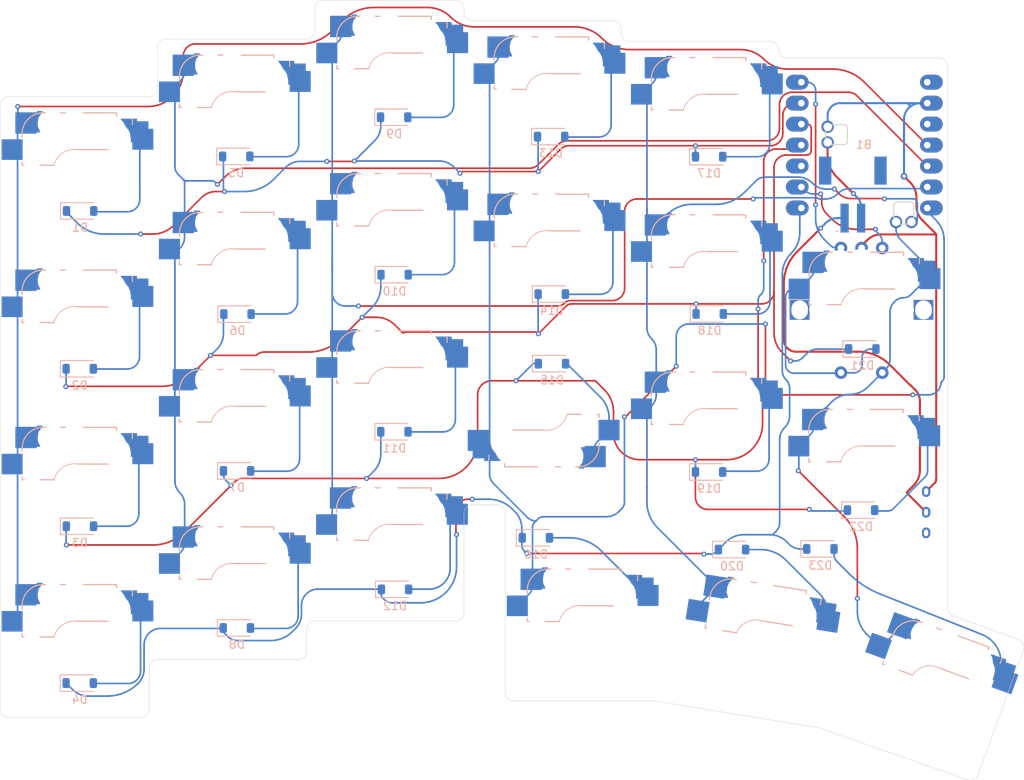
<source format=kicad_pcb>
(kicad_pcb (version 20240108) (generator "pcbnew") (generator_version "8.0")
  (layers (0 "F.Cu" signal) (31 "B.Cu" signal) (34 "B.Paste" user) (35 "F.Paste" user) (36 "B.SilkS" user "B.Silkscreen") (37 "F.SilkS" user "F.Silkscreen") (38 "B.Mask" user) (39 "F.Mask" user) (44 "Edge.Cuts" user))
  (net 0 "")
  (net 1 "Bat")
  (net 2 "Net-(B1--)")
  (net 3 "Net-(D1-A)")
  (net 4 "Row0")
  (net 5 "Net-(D2-A)")
  (net 6 "Row1")
  (net 7 "Net-(D3-A)")
  (net 8 "Row2")
  (net 9 "Net-(D4-A)")
  (net 10 "Row3")
  (net 11 "Net-(D5-A)")
  (net 12 "Net-(D6-A)")
  (net 13 "Net-(D7-A)")
  (net 14 "Net-(D8-A)")
  (net 15 "Net-(D9-A)")
  (net 16 "Net-(D10-A)")
  (net 17 "Net-(D11-A)")
  (net 18 "Net-(D12-A)")
  (net 19 "Net-(D13-A)")
  (net 20 "Net-(D14-A)")
  (net 21 "Net-(D15-A)")
  (net 22 "Net-(D16-A)")
  (net 23 "Net-(D17-A)")
  (net 24 "Net-(D18-A)")
  (net 25 "Net-(D19-A)")
  (net 26 "Net-(D20-A)")
  (net 27 "Net-(D21-A)")
  (net 28 "Col0")
  (net 29 "Col1")
  (net 30 "Col2")
  (net 31 "Col3")
  (net 32 "Col4")
  (net 33 "Col5")
  (net 34 "Net-(D22-A)")
  (net 35 "GND")
  (net 36 "VCC")
  (net 38 "Net-(D23-A)")
  (net 40 "RE_B")
  (net 42 "RE_A1")
  (footprint "roBa:gateron-ks27-choc-v1-mx-hotswap-curved-pads" (layer "F.Cu") (at 152.85 78.85525 180)
    (property "Reference" "SW14" (hide yes))
    (property "Value" "SW_PUSH" (hide yes))
  )
  (footprint "roBa:gateron-ks27-choc-v1-mx-hotswap-curved-pads" (layer "F.Cu") (at 171.9 81.3555 180)
    (property "Reference" "SW18" (hide yes))
    (property "Value" "SW_PUSH" (hide yes))
  )
  (footprint "roBa:gateron-ks27-choc-v1-mx-hotswap-curved-pads" (layer "F.Cu") (at 133.77566 114.435 180)
    (property "Reference" "SW12" (hide yes))
    (property "Value" "SW_PUSH" (hide yes))
  )
  (footprint "roBa:gateron-ks27-choc-v1-mx-hotswap-curved-pads" (layer "F.Cu") (at 199.272833 131.574401 160)
    (property "Reference" "SW23" (hide yes))
    (property "Value" "SW_PUSH" (hide yes))
  )
  (footprint "roBa:gateron-ks27-choc-v1-mx-hotswap-curved-pads" (layer "F.Cu") (at 171.9 100.4055 180)
    (property "Reference" "SW19" (hide yes))
    (property "Value" "SW_PUSH" (hide yes))
  )
  (footprint "roBa:gateron-ks27-choc-v1-mx-hotswap-curved-pads" (layer "F.Cu") (at 95.7 69.005 180)
    (property "Reference" "SW1" (hide yes))
    (property "Value" "SW_PUSH" (hide yes))
  )
  (footprint "roBa:gateron-ks27-choc-v1-mx-hotswap-curved-pads" (layer "F.Cu") (at 152.85 59.805249 180)
    (property "Reference" "SW13" (hide yes))
    (property "Value" "SW_PUSH" (hide yes))
  )
  (footprint "MountingHole:MountingHole_4.3mm_M4" (layer "F.Cu") (at 188.30934 131.03)
    (property "Reference" "J7" (hide yes))
    (property "Value" "Conn_01x01-Connector_Generic" (hide yes))
  )
  (footprint "MountingHole:MountingHole_4.3mm_M4" (layer "F.Cu") (at 106.36934 109.71)
    (property "Reference" "J2" (hide yes))
    (property "Value" "Conn_01x01-Connector_Generic" (hide yes))
  )
  (footprint "roBa:gateron-ks27-choc-v1-mx-hotswap-curved-pads" (layer "F.Cu") (at 133.8 76.355 180)
    (property "Reference" "SW10" (hide yes))
    (property "Value" "SW_PUSH" (hide yes))
  )
  (footprint "MountingHole:MountingHole_4.3mm_M4" (layer "F.Cu") (at 167.54934 126.45)
    (property "Reference" "J6" (hide yes))
    (property "Value" "Conn_01x01-Connector_Generic" (hide yes))
  )
  (footprint "roBa:gateron-ks27-choc-v1-mx-hotswap-curved-pads" (layer "F.Cu") (at 133.8 57.305 180)
    (property "Reference" "SW9" (hide yes))
    (property "Value" "SW_PUSH" (hide yes))
  )
  (footprint "roBa:gateron-ks27-choc-v1-mx-hotswap-curved-pads" (layer "F.Cu") (at 152.85 97.90525)
    (property "Reference" "SW15" (hide yes))
    (property "Value" "SW_PUSH" (hide yes))
  )
  (footprint "roBa:gateron-ks27-choc-v1-mx-hotswap-curved-pads" (layer "F.Cu") (at 133.8 95.405 180)
    (property "Reference" "SW11" (hide yes))
    (property "Value" "SW_PUSH" (hide yes))
  )
  (footprint "roBa:gateron-ks27-choc-v1-mx-hotswap-curved-pads" (layer "F.Cu") (at 114.75 62.005499 180)
    (property "Reference" "SW5" (hide yes))
    (property "Value" "SW_PUSH" (hide yes))
  )
  (footprint "roBa:gateron-ks27-choc-v1-mx-hotswap-curved-pads" (layer "F.Cu") (at 95.7 126.155 180)
    (property "Reference" "SW4" (hide yes))
    (property "Value" "SW_PUSH" (hide yes))
  )
  (footprint "MountingHole:MountingHole_4.3mm_M4" (layer "F.Cu") (at 163.48934 90.96)
    (property "Reference" "J4" (hide yes))
    (property "Value" "Conn_01x01-Connector_Generic" (hide yes))
  )
  (footprint "roBa:gateron-ks27-choc-v1-mx-hotswap-curved-pads" (layer "F.Cu") (at 171.9 62.305499 180)
    (property "Reference" "SW17" (hide yes))
    (property "Value" "SW_PUSH" (hide yes))
  )
  (footprint "MountingHole:MountingHole_4.3mm_M4" (layer "F.Cu") (at 106.35934 71.61)
    (property "Reference" "J1" (hide yes))
    (property "Value" "Conn_01x01-Connector_Generic" (hide yes))
  )
  (footprint "roBa:gateron-ks27-choc-v1-mx-hotswap-curved-pads" (layer "F.Cu") (at 190.95 104.93 180)
    (property "Reference" "SW22" (hide yes))
    (property "Value" "SW_PUSH" (hide yes))
  )
  (footprint "roBa:gateron-ks27-choc-v1-mx-hotswap-curved-pads" (layer "F.Cu") (at 114.75 81.0555 180)
    (property "Reference" "SW6" (hide yes))
    (property "Value" "SW_PUSH" (hide yes))
  )
  (footprint "roBa:gateron-ks27-choc-v1-mx-hotswap-ec12" (layer "F.Cu") (at 190.99 85.89 180)
    (property "Reference" "SW21" (hide yes))
    (property "Value" "RotaryEncoder_Switch" (hide yes))
  )
  (footprint "roBa:gateron-ks27-choc-v1-mx-hotswap-curved-pads" (layer "F.Cu") (at 95.7 107.105 180)
    (property "Reference" "SW3" (hide yes))
    (property "Value" "SW_PUSH" (hide yes))
  )
  (footprint "roBa:gateron-ks27-choc-v1-mx-hotswap-curved-pads" (layer "F.Cu") (at 95.7 88.055 180)
    (property "Reference" "SW2" (hide yes))
    (property "Value" "SW_PUSH" (hide yes))
  )
  (footprint "roBa:gateron-ks27-choc-v1-mx-hotswap-curved-pads" (layer "F.Cu") (at 156.867 124.280251 180)
    (property "Reference" "SW16" (hide yes))
    (property "Value" "SW_PUSH" (hide yes))
  )
  (footprint "roBa:gateron-ks27-choc-v1-mx-hotswap-curved-pads" (layer "F.Cu") (at 114.75 119.1555 180)
    (property "Reference" "SW8" (hide yes))
    (property "Value" "SW_PUSH" (hide yes))
  )
  (footprint "MountingHole:MountingHole_4.3mm_M4" (layer "F.Cu") (at 196.85 118.425)
    (property "Reference" "J5" (hide yes))
    (property "Value" "Conn_01x01-Connector_Generic" (hide yes))
  )
  (footprint "roBa:gateron-ks27-choc-v1-mx-hotswap-curved-pads" (layer "F.Cu") (at 114.75 100.1055 180)
    (property "Reference" "SW7" (hide yes))
    (property "Value" "SW_PUSH" (hide yes))
  )
  (footprint "roBa:XIAO_nRF52840_wBAT_wNFC_1" (layer "F.Cu") (at 191.31934 55.424)
    (property "Reference" "U1" (hide yes))
    (property "Value" "~" (hide yes))
    (fp_line (start -4.707753 9.749447) (end -4.707753 8.708047) (stroke (width 0.12)) (layer "Edge.Cuts"))
    (fp_line (start -4.021953 8.022247) (end -2.421753 8.022247) (stroke (width 0.12)) (layer "Edge.Cuts"))
    (fp_line (start -2.421753 10.435247) (end -4.021953 10.435247) (stroke (width 0.12)) (layer "Edge.Cuts"))
    (fp_line (start -2.040753 8.403247) (end -2.040753 10.054247) (stroke (width 0.12)) (layer "Edge.Cuts"))
    (fp_line (start 3.572247 19.391953) (end 3.572247 17.791753) (stroke (width 0.12)) (layer "Edge.Cuts"))
    (fp_line (start 3.953247 17.410753) (end 5.604247 17.410753) (stroke (width 0.12)) (layer "Edge.Cuts"))
    (fp_line (start 5.299447 20.077753) (end 4.258047 20.077753) (stroke (width 0.12)) (layer "Edge.Cuts"))
    (fp_line (start 5.985247 17.791753) (end 5.985247 19.391953) (stroke (width 0.12)) (layer "Edge.Cuts"))
    (fp_arc (start -4.707753 9.749447) (mid -4.104144 9.831638) (end -4.021953 10.435247) (stroke (width 0.12)) (layer "Edge.Cuts"))
    (fp_arc (start -4.021953 8.022247) (mid -4.104144 8.625856) (end -4.707753 8.708047) (stroke (width 0.12)) (layer "Edge.Cuts"))
    (fp_arc (start -2.421753 8.022247) (mid -2.152343 8.133837) (end -2.040753 8.403247) (stroke (width 0.12)) (layer "Edge.Cuts"))
    (fp_arc (start -2.040753 10.054247) (mid -2.152344 10.323656) (end -2.421753 10.435247) (stroke (width 0.12)) (layer "Edge.Cuts"))
    (fp_arc (start 3.572247 17.791753) (mid 3.683839 17.522346) (end 3.953247 17.410753) (stroke (width 0.12)) (layer "Edge.Cuts"))
    (fp_arc (start 3.572247 19.391953) (mid 4.175856 19.474144) (end 4.258047 20.077753) (stroke (width 0.12)) (layer "Edge.Cuts"))
    (fp_arc (start 5.299447 20.077753) (mid 5.38164 19.474141) (end 5.985247 19.391953) (stroke (width 0.12)) (layer "Edge.Cuts"))
    (fp_arc (start 5.604247 17.410753) (mid 5.873656 17.522344) (end 5.985247 17.791753) (stroke (width 0.12)) (layer "Edge.Cuts"))
  )
  (footprint "roBa:gateron-ks27-choc-v1-mx-hotswap-curved-pads" (layer "F.Cu") (at 178.20034 126.019949 171)
    (property "Reference" "SW20" (hide yes))
    (property "Value" "SW_PUSH" (hide yes))
  )
  (footprint "MountingHole:MountingHole_4.3mm_M4" (layer "F.Cu") (at 161.31934 69.41)
    (property "Reference" "J3" (hide yes))
    (property "Value" "Conn_01x01-Connector_Generic" (hide yes))
  )
  (footprint "Diode_SMD:D_SOD-123" (layer "B.Cu") (at 172.6 86.380001)
    (property "Reference" "D18")
    (property "Value" "D")
  )
  (footprint "Diode_SMD:D_SOD-123" (layer "B.Cu") (at 172.525 67.33)
    (property "Reference" "D17")
    (property "Value" "D")
  )
  (footprint "Diode_SMD:D_SOD-123" (layer "B.Cu") (at 151.55 113.5)
    (property "Reference" "D16")
    (property "Value" "D")
  )
  (footprint "Diode_SMD:D_SOD-123" (layer "B.Cu") (at 115.375 105.4)
    (property "Reference" "D7")
    (property "Value" "D")
  )
  (footprint "Diode_SMD:D_SOD-123" (layer "B.Cu") (at 153.5 92.4)
    (property "Reference" "D15")
    (property "Value" "D")
  )
  (footprint "Diode_SMD:D_SOD-123" (layer "B.Cu") (at 134.45 81.625)
    (property "Reference" "D10")
    (property "Value" "D")
  )
  (footprint "Diode_SMD:D_SOD-123" (layer "B.Cu") (at 134.5 119.75)
    (property "Reference" "D12")
    (property "Value" "D")
  )
  (footprint "roBa:JST_S2B-PH-SM4-TB" (layer "B.Cu") (at 189.93 74.765 180)
    (property "Reference" "B1")
    (property "Value" "BATT")
  )
  (footprint "Diode_SMD:D_SOD-123" (layer "B.Cu") (at 96.325 93.025)
    (property "Reference" "D2")
    (property "Value" "D")
  )
  (footprint "Diode_SMD:D_SOD-123" (layer "B.Cu") (at 190.925 110.15)
    (property "Reference" "D22")
    (property "Value" "D")
  )
  (footprint "Diode_SMD:D_SOD-123" (layer "B.Cu") (at 96.375 73.9)
    (property "Reference" "D1")
    (property "Value" "D")
  )
  (footprint "Diode_SMD:D_SOD-123" (layer "B.Cu") (at 96.325 131.1)
    (property "Reference" "D4")
    (property "Value" "D")
  )
  (footprint "Diode_SMD:D_SOD-123" (layer "B.Cu") (at 172.525 105.525)
    (property "Reference" "D19")
    (property "Value" "D")
  )
  (footprint "Diode_SMD:D_SOD-123" (layer "B.Cu") (at 115.275 67.3)
    (property "Reference" "D5")
    (property "Value" "D")
  )
  (footprint "Diode_SMD:D_SOD-123" (layer "B.Cu") (at 186 114.85)
    (property "Reference" "D23")
    (property "Value" "D")
  )
  (footprint "Diode_SMD:D_SOD-123" (layer "B.Cu") (at 115.35 124.425)
    (property "Reference" "D8")
    (property "Value" "D")
  )
  (footprint "Diode_SMD:D_SOD-123" (layer "B.Cu") (at 153.475 83.975)
    (property "Reference" "D14")
    (property "Value" "D")
  )
  (footprint "roBa:TGSW_MSK-12D19" (layer "B.Cu") (at 201.55 110.4 90)
    (property "Reference" "SW24" (hide yes))
    (property "Value" "SW_SPDT" (hide yes))
  )
  (footprint "Diode_SMD:D_SOD-123" (layer "B.Cu") (at 96.35 112.1)
    (property "Reference" "D3")
    (property "Value" "D")
  )
  (footprint "Diode_SMD:D_SOD-123" (layer "B.Cu") (at 134.4 62.55)
    (property "Reference" "D9")
    (property "Value" "D")
  )
  (footprint "Diode_SMD:D_SOD-123" (layer "B.Cu") (at 115.425 86.4)
    (property "Reference" "D6")
    (property "Value" "D")
  )
  (footprint "Diode_SMD:D_SOD-123" (layer "B.Cu") (at 191.075 90.625)
    (property "Reference" "D21")
    (property "Value" "D")
  )
  (footprint "Diode_SMD:D_SOD-123" (layer "B.Cu") (at 134.425 100.65)
    (property "Reference" "D11")
    (property "Value" "D")
  )
  (footprint "Diode_SMD:D_SOD-123" (layer "B.Cu") (at 153.4 64.9)
    (property "Reference" "D13")
    (property "Value" "D")
  )
  (footprint "Diode_SMD:D_SOD-123" (layer "B.Cu") (at 175.3 114.925)
    (property "Reference" "D20")
    (property "Value" "D")
  )
  (gr_arc (start 141.84934 48.37) (mid 142.556447 48.662893) (end 142.84934 49.37) (stroke (width 0.05)) (layer "Edge.Cuts"))
  (gr_line (start 143.84934 50.87) (end 160.89934 50.87) (stroke (width 0.05)) (layer "Edge.Cuts"))
  (gr_line (start 125.799342 48.37) (end 141.84934 48.37) (stroke (width 0.05)) (layer "Edge.Cuts"))
  (gr_line (start 122.799342 128.269997) (end 105.749342 128.269997) (stroke (width 0.05)) (layer "Edge.Cuts"))
  (gr_arc (start 146.84934 109.519998) (mid 147.556447 109.812891) (end 147.84934 110.519998) (stroke (width 0.05)) (layer "Edge.Cuts"))
  (gr_arc (start 205.084349 142.200173) (mid 204.573277 142.761647) (end 203.815126 142.802311) (stroke (width 0.05)) (layer "Edge.Cuts"))
  (gr_line (start 147.84934 132.269997) (end 147.84934 110.519998) (stroke (width 0.05)) (layer "Edge.Cuts"))
  (gr_line (start 201.395509 56.370004) (end 201.395507 57.370002) (stroke (width 0.05)) (layer "Edge.Cuts"))
  (gr_line (start 87.699343 60.07) (end 104.749342 60.07) (stroke (width 0.05)) (layer "Edge.Cuts"))
  (gr_arc (start 162.89934 53.37) (mid 162.192233 53.077107) (end 161.89934 52.37) (stroke (width 0.05)) (layer "Edge.Cuts"))
  (gr_arc (start 160.89934 50.87) (mid 161.606447 51.162893) (end 161.89934 51.87) (stroke (width 0.05)) (layer "Edge.Cuts"))
  (gr_arc (start 104.749342 129.269997) (mid 105.042236 128.562893) (end 105.749342 128.269997) (stroke (width 0.05)) (layer "Edge.Cuts"))
  (gr_arc (start 104.749342 134.269997) (mid 104.45645 134.977106) (end 103.749342 135.269997) (stroke (width 0.05)) (layer "Edge.Cuts"))
  (gr_arc (start 123.799342 127.269997) (mid 123.506449 127.977104) (end 122.799342 128.269997) (stroke (width 0.05)) (layer "Edge.Cuts"))
  (gr_line (start 165.737786 133.269997) (end 148.84934 133.269997) (stroke (width 0.05)) (layer "Edge.Cuts"))
  (gr_arc (start 87.699343 135.269997) (mid 86.992235 134.977105) (end 86.699343 134.269997) (stroke (width 0.05)) (layer "Edge.Cuts"))
  (gr_arc (start 165.737786 133.269997) (mid 165.898817 133.27649) (end 166.058802 133.295928) (stroke (width 0.05)) (layer "Edge.Cuts"))
  (gr_line (start 142.84934 49.37) (end 142.84934 49.87) (stroke (width 0.05)) (layer "Edge.Cuts"))
  (gr_arc (start 181.94934 55.37) (mid 181.242233 55.077107) (end 180.94934 54.37) (stroke (width 0.05)) (layer "Edge.Cuts"))
  (gr_line (start 86.699343 134.269997) (end 86.699343 61.07) (stroke (width 0.05)) (layer "Edge.Cuts"))
  (gr_line (start 146.84934 109.519998) (end 143.84934 109.519998) (stroke (width 0.05)) (layer "Edge.Cuts"))
  (gr_line (start 124.799342 52.07) (end 124.799342 49.37) (stroke (width 0.05)) (layer "Edge.Cuts"))
  (gr_line (start 161.89934 51.87) (end 161.89934 52.37) (stroke (width 0.05)) (layer "Edge.Cuts"))
  (gr_line (start 103.749342 135.269997) (end 87.699343 135.269997) (stroke (width 0.05)) (layer "Edge.Cuts"))
  (gr_line (start 185.581571 136.470653) (end 166.058802 133.295928) (stroke (width 0.05)) (layer "Edge.Cuts"))
  (gr_line (start 210.578499 127.104515) (end 205.084349 142.200173) (stroke (width 0.05)) (layer "Edge.Cuts"))
  (gr_arc (start 143.84934 50.87) (mid 143.142233 50.577107) (end 142.84934 49.87) (stroke (width 0.05)) (layer "Edge.Cuts"))
  (gr_arc (start 123.799342 124.569998) (mid 124.092235 123.862891) (end 124.799342 123.569998) (stroke (width 0.05)) (layer "Edge.Cuts"))
  (gr_arc (start 209.98081 125.82281) (mid 210.545104 126.339877) (end 210.578499 127.104515) (stroke (width 0.05)) (layer "Edge.Cuts"))
  (gr_arc (start 142.84934 110.519998) (mid 143.142233 109.812891) (end 143.84934 109.519998) (stroke (width 0.05)) (layer "Edge.Cuts"))
  (gr_line (start 162.89934 53.37) (end 179.94934 53.37) (stroke (width 0.05)) (layer "Edge.Cuts"))
  (gr_line (start 105.749342 59.07) (end 105.749342 54.07) (stroke (width 0.05)) (layer "Edge.Cuts"))
  (gr_line (start 141.84934 123.569998) (end 124.799342 123.569999) (stroke (width 0.05)) (layer "Edge.Cuts"))
  (gr_line (start 106.749342 53.07) (end 123.799342 53.07) (stroke (width 0.05)) (layer "Edge.Cuts"))
  (gr_arc (start 200.395509 55.370002) (mid 201.102616 55.662896) (end 201.395509 56.370004) (stroke (width 0.05)) (layer "Edge.Cuts"))
  (gr_arc (start 124.799342 49.37) (mid 125.092235 48.662893) (end 125.799342 48.37) (stroke (width 0.05)) (layer "Edge.Cuts"))
  (gr_line (start 104.749342 129.269997) (end 104.749342 134.269997) (stroke (width 0.05)) (layer "Edge.Cuts"))
  (gr_line (start 142.84934 110.519998) (end 142.84934 122.569998) (stroke (width 0.05)) (layer "Edge.Cuts"))
  (gr_arc (start 105.749342 54.07) (mid 106.042235 53.362893) (end 106.749342 53.07) (stroke (width 0.05)) (layer "Edge.Cuts"))
  (gr_arc (start 86.699343 61.07) (mid 86.992249 60.362924) (end 87.699343 60.07) (stroke (width 0.05)) (layer "Edge.Cuts"))
  (gr_line (start 181.94934 55.37) (end 200.395509 55.370002) (stroke (width 0.05)) (layer "Edge.Cuts"))
  (gr_arc (start 148.84934 133.269997) (mid 148.142233 132.977104) (end 147.84934 132.269997) (stroke (width 0.05)) (layer "Edge.Cuts"))
  (gr_arc (start 142.84934 122.569998) (mid 142.556447 123.277105) (end 141.84934 123.569998) (stroke (width 0.05)) (layer "Edge.Cuts"))
  (gr_arc (start 105.749342 59.07) (mid 105.456449 59.777107) (end 104.749342 60.07) (stroke (width 0.05)) (layer "Edge.Cuts"))
  (gr_arc (start 202.053499 122.937621) (mid 201.576359 122.571506) (end 201.395507 121.997924) (stroke (width 0.05)) (layer "Edge.Cuts"))
  (gr_line (start 203.815126 142.802311) (end 185.919606 136.556428) (stroke (width 0.05)) (layer "Edge.Cuts"))
  (gr_line (start 202.053499 122.937621) (end 209.98081 125.82281) (stroke (width 0.05)) (layer "Edge.Cuts"))
  (gr_arc (start 179.94934 53.37) (mid 180.656447 53.662893) (end 180.94934 54.37) (stroke (width 0.05)) (layer "Edge.Cuts"))
  (gr_line (start 123.799342 124.569998) (end 123.799342 127.269997) (stroke (width 0.05)) (layer "Edge.Cuts"))
  (gr_arc (start 124.799342 52.07) (mid 124.506449 52.777107) (end 123.799342 53.07) (stroke (width 0.05)) (layer "Edge.Cuts"))
  (gr_arc (start 185.581571 136.470653) (mid 185.752462 136.506159) (end 185.919606 136.556429) (stroke (width 0.05)) (layer "Edge.Cuts"))
  (gr_line (start 201.395507 57.370002) (end 201.395507 121.997924) (stroke (width 0.05)) (layer "Edge.Cuts"))
  (segment (start 186.87434 67.14067) (end 186.87434 65.607) (width 0.25) (layer "F.Cu") (net 1))
  (segment (start 187.958808 69.758808) (end 190 71.8) (width 0.25) (layer "F.Cu") (net 1))
  (via (at 190 71.8) (size 0.6) (drill 0.3) (layers "F.Cu" "B.Cu") (net 1))
  (arc (start 186.87434 67.14067) (mid 187.156184 68.557596) (end 187.958808 69.758808) (width 0.25) (layer "F.Cu") (net 1))
  (segment (start 190.465 72.265) (end 190 71.8) (width 0.25) (layer "B.Cu") (net 1))
  (segment (start 190.9725 74.7225) (end 191.015 74.68) (width 0.2) (layer "B.Cu") (net 1))
  (segment (start 190.93 73.387609) (end 190.93 74.704895) (width 0.25) (layer "B.Cu") (net 1))
  (arc (start 190.465 72.265) (mid 190.80915 72.780057) (end 190.93 73.387609) (width 0.25) (layer "B.Cu") (net 1))
  (arc (start 190.93 74.704895) (mid 190.945368 74.727896) (end 190.9725 74.7225) (width 0.25) (layer "B.Cu") (net 1))
  (segment (start 181.575 89.498959) (end 181.575 82.703963) (width 0.25) (layer "F.Cu") (net 2))
  (segment (start 196.553791 108.153791) (end 198.8 110.4) (width 0.25) (layer "F.Cu") (net 2))
  (segment (start 186.02 75.991087) (end 186.02 75.994565) (width 0.25) (layer "F.Cu") (net 2))
  (segment (start 186.018668 76.001256) (end 186.01754 76.00398) (width 0.25) (layer "F.Cu") (net 2))
  (segment (start 198.05 96.933309) (end 198.05 105.284956) (width 0.25) (layer "F.Cu") (net 2))
  (segment (start 190.564565 90.95) (end 183.02604 90.95) (width 0.25) (layer "F.Cu") (net 2))
  (segment (start 186.010536 76.014462) (end 183.168792 78.856207) (width 0.25) (layer "F.Cu") (net 2))
  (segment (start 196.888885 95.020356) (end 194.412321 92.543792) (width 0.25) (layer "F.Cu") (net 2))
  (segment (start 197.273482 107.159633) (end 196.553822 107.879294) (width 0.25) (layer "F.Cu") (net 2))
  (segment (start 196.949239 95.045355) (end 197.49337 95.589486) (width 0.25) (layer "F.Cu") (net 2))
  (via (at 186.02 75.991087) (size 0.6) (drill 0.3) (layers "F.Cu" "B.Cu") (net 2))
  (arc (start 190.564565 90.95) (mid 192.646955 91.364213) (end 194.412321 92.543792) (width 0.25) (layer "F.Cu") (net 2))
  (arc (start 196.949239 95.045355) (mid 196.935394 95.036104) (end 196.919062 95.032856) (width 0.25) (layer "F.Cu") (net 2))
  (arc (start 186.02 75.994565) (mid 186.019663 75.997976) (end 186.018668 76.001256) (width 0.25) (layer "F.Cu") (net 2))
  (arc (start 198.05 96.933309) (mid 197.905336 96.206037) (end 197.49337 95.589486) (width 0.25) (layer "F.Cu") (net 2))
  (arc (start 196.553822 107.879294) (mid 196.511742 107.942271) (end 196.496966 108.016558) (width 0.25) (layer "F.Cu") (net 2))
  (arc (start 196.553791 108.153791) (mid 196.511727 108.090828) (end 196.496966 108.016558) (width 0.25) (layer "F.Cu") (net 2))
  (arc (start 186.01754 76.00398) (mid 186.014554 76.009566) (end 186.010536 76.014462) (width 0.25) (layer "F.Cu") (net 2))
  (arc (start 182 90.525) (mid 182.470751 90.839546) (end 183.02604 90.95) (width 0.25) (layer "F.Cu") (net 2))
  (arc (start 181.575 89.498959) (mid 181.685453 90.054248) (end 182 90.525) (width 0.25) (layer "F.Cu") (net 2))
  (arc (start 197.273482 107.159633) (mid 197.848189 106.299524) (end 198.05 105.284956) (width 0.25) (layer "F.Cu") (net 2))
  (arc (start 196.888885 95.020356) (mid 196.90273 95.029607) (end 196.919062 95.032856) (width 0.25) (layer "F.Cu") (net 2))
  (arc (start 181.575 82.703963) (mid 181.989213 80.621572) (end 183.168792 78.856207) (width 0.25) (layer "F.Cu") (net 2))
  (segment (start 186.650733 75.360353) (end 186.02 75.991087) (width 0.25) (layer "B.Cu") (net 2))
  (segment (start 188.088043 74.765) (end 188.7041 74.765) (width 0.25) (layer "B.Cu") (net 2))
  (segment (start 188.7041 74.765) (end 188.4782 74.765) (width 0.2) (layer "B.Cu") (net 2))
  (arc (start 188.088043 74.765) (mid 187.310176 74.919727) (end 186.650733 75.360353) (width 0.25) (layer "B.Cu") (net 2))
  (arc (start 188.7041 74.765) (mid 188.7041 74.765) (end 188.7041 74.765) (width 0.25) (layer "B.Cu") (net 2))
  (segment (start 103.597143 65.477488) (end 103.597143 65.487119) (width 0.2) (layer "B.Cu") (net 3))
  (segment (start 102.09934 73.997501) (end 98.125903 73.997501) (width 0.2) (layer "B.Cu") (net 3))
  (segment (start 103.59934 72.497501) (end 103.59934 65.605) (width 0.2) (layer "B.Cu") (net 3))
  (segment (start 103.603953 65.461046) (end 103.78 65.285) (width 0.2) (layer "B.Cu") (net 3))
  (arc (start 103.59934 72.497501) (mid 103.16 73.558161) (end 102.09934 73.997501) (width 0.2) (layer "B.Cu") (net 3))
  (arc (start 103.597143 65.487119) (mid 103.598184 65.54611) (end 103.59934 65.605) (width 0.2) (layer "B.Cu") (net 3))
  (arc (start 103.603953 65.461046) (mid 103.598912 65.468589) (end 103.597143 65.477488) (width 0.2) (layer "B.Cu") (net 3))
  (segment (start 181.44934 62.344) (end 181.44934 64.5) (width 0.2) (layer "F.Cu") (net 4))
  (segment (start 151.83934 69.13) (end 142.716421 69.13) (width 0.2) (layer "F.Cu") (net 4))
  (segment (start 182.94934 60.844) (end 183.69934 60.844) (width 0.2) (layer "F.Cu") (net 4))
  (segment (start 179.94934 66) (end 170.87934 66) (width 0.2) (layer "F.Cu") (net 4))
  (segment (start 126.25 67.9) (end 129.489644 67.9) (width 0.2) (layer "F.Cu") (net 4))
  (segment (start 129.575 67.85) (end 129.55 67.875) (width 0.2) (layer "F.Cu") (net 4))
  (segment (start 103.7 76.7) (end 105.175 76.7) (width 0.2) (layer "F.Cu") (net 4))
  (segment (start 112.825 71.55) (end 113.85 71.55) (width 0.2) (layer "F.Cu") (net 4))
  (segment (start 111.075215 72.274784) (end 107.692982 75.657017) (width 0.2) (layer "F.Cu") (net 4))
  (segment (start 154.53 66.43934) (end 151.83934 69.13) (width 0.2) (layer "F.Cu") (net 4))
  (segment (start 170.87934 66) (end 155.59066 66) (width 0.2) (layer "F.Cu") (net 4))
  (segment (start 142.375 69.33) (end 142.475 69.23) (width 0.2) (layer "F.Cu") (net 4))
  (via (at 103.7 76.7) (size 0.6) (drill 0.3) (layers "F.Cu" "B.Cu") (net 4))
  (via (at 170.87934 66) (size 0.6) (drill 0.3) (layers "F.Cu" "B.Cu") (net 4))
  (via (at 113.85 71.55) (size 0.6) (drill 0.3) (layers "F.Cu" "B.Cu") (net 4))
  (via (at 129.575 67.85) (size 0.6) (drill 0.3) (layers "F.Cu" "B.Cu") (net 4))
  (via (at 142.375 69.33) (size 0.6) (drill 0.3) (layers "F.Cu" "B.Cu") (net 4))
  (via (at 151.83934 69.13) (size 0.6) (drill 0.3) (layers "F.Cu" "B.Cu") (net 4))
  (via (at 126.25 67.9) (size 0.6) (drill 0.3) (layers "F.Cu" "B.Cu") (net 4))
  (arc (start 111.075215 72.274784) (mid 111.878023 71.738365) (end 112.825 71.55) (width 0.2) (layer "F.Cu") (net 4))
  (arc (start 154.53 66.43934) (mid 155.016635 66.114181) (end 155.59066 66) (width 0.2) (layer "F.Cu") (net 4))
  (arc (start 107.692982 75.657017) (mid 106.537722 76.428937) (end 105.175 76.7) (width 0.2) (layer "F.Cu") (net 4))
  (arc (start 179.94934 66) (mid 181.01 65.56066) (end 181.44934 64.5) (width 0.2) (layer "F.Cu") (net 4))
  (arc (start 129.55 67.875) (mid 129.522308 67.893502) (end 129.489644 67.9) (width 0.2) (layer "F.Cu") (net 4))
  (arc (start 142.475 69.23) (mid 142.585764 69.155989) (end 142.716421 69.13) (width 0.2) (layer "F.Cu") (net 4))
  (arc (start 181.44934 62.344) (mid 181.88868 61.28334) (end 182.94934 60.844) (width 0.2) (layer "F.Cu") (net 4))
  (segment (start 103.7 76.7) (end 99.289357 76.7) (width 0.2) (layer "B.Cu") (net 4))
  (segment (start 139.848481 67.85) (end 129.575 67.85) (width 0.2) (layer "B.Cu") (net 4))
  (segment (start 126.25 67.9) (end 122.991162 67.9) (width 0.2) (layer "B.Cu") (net 4))
  (segment (start 151.83934 69.13) (end 151.832621 69.123281) (width 0.2) (layer "B.Cu") (net 4))
  (segment (start 151.825903 69.107061) (end 151.825903 64.94875) (width 0.2) (layer "B.Cu") (net 4))
  (segment (start 96.027152 75.34875) (end 94.675903 73.997501) (width 0.2) (layer "B.Cu") (net 4))
  (segment (start 132.039947 65.385052) (end 129.575 67.85) (width 0.2) (layer "B.Cu") (net 4))
  (segment (start 113.725903 71.338153) (end 113.725903 67.33) (width 0.2) (layer "B.Cu") (net 4))
  (segment (start 170.877621 67.328281) (end 170.875903 67.33) (width 0.2) (layer "B.Cu") (net 4))
  (segment (start 116.254641 71.55) (end 113.85 71.55) (width 0.2) (layer "B.Cu") (net 4))
  (segment (start 142.375 69.33) (end 141.635 68.59) (width 0.2) (layer "B.Cu") (net 4))
  (segment (start 170.87934 66) (end 170.87934 67.324132) (width 0.2) (layer "B.Cu") (net 4))
  (segment (start 113.787951 71.487951) (end 113.85 71.55) (width 0.2) (layer "B.Cu") (net 4))
  (segment (start 132.775903 63.608299) (end 132.775903 62.567501) (width 0.2) (layer "B.Cu") (net 4))
  (segment (start 121.265 68.615) (end 119.7975 70.0825) (width 0.2) (layer "B.Cu") (net 4))
  (arc (start 132.039947 65.385052) (mid 132.584634 64.56987) (end 132.775903 63.608299) (width 0.2) (layer "B.Cu") (net 4))
  (arc (start 99.289357 76.7) (mid 97.523864 76.348821) (end 96.027152 75.34875) (width 0.2) (layer "B.Cu") (net 4))
  (arc (start 122.991162 67.9) (mid 122.056969 68.085822) (end 121.265 68.615) (width 0.2) (layer "B.Cu") (net 4))
  (arc (start 170.877621 67.328281) (mid 170.878893 67.326377) (end 170.87934 67.324132) (width 0.2) (layer "B.Cu") (net 4))
  (arc (start 116.254641 71.55) (mid 118.172022 71.168609) (end 119.7975 70.0825) (width 0.2) (layer "B.Cu") (net 4))
  (arc (start 113.725903 71.338153) (mid 113.742028 71.419223) (end 113.787951 71.487951) (width 0.2) (layer "B.Cu") (net 4))
  (arc (start 139.848481 67.85) (mid 140.815338 68.042319) (end 141.635 68.59) (width 0.2) (layer "B.Cu") (net 4))
  (arc (start 151.825903 69.107061) (mid 151.827648 69.115839) (end 151.832621 69.123281) (width 0.2) (layer "B.Cu") (net 4))
  (segment (start 103.607997 84.507002) (end 103.78 84.335) (width 0.2) (layer "B.Cu") (net 5))
  (segment (start 103.56934 84.60033) (end 103.56934 84.70967) (width 0.2) (layer "B.Cu") (net 5))
  (segment (start 103.56934 84.70967) (end 103.56934 91.547501) (width 0.2) (layer "B.Cu") (net 5))
  (segment (start 102.06934 93.047501) (end 98.125903 93.047501) (width 0.2) (layer "B.Cu") (net 5))
  (arc (start 103.607997 84.507002) (mid 103.579386 84.549821) (end 103.56934 84.60033) (width 0.2) (layer "B.Cu") (net 5))
  (arc (start 102.06934 93.047501) (mid 103.13 92.608161) (end 103.56934 91.547501) (width 0.2) (layer "B.Cu") (net 5))
  (segment (start 151.85934 88.78) (end 151.75434 88.675) (width 0.2) (layer "F.Cu") (net 6))
  (segment (start 180.38934 83.66) (end 180.38934 88.659659) (width 0.2) (layer "F.Cu") (net 6))
  (segment (start 127.897834 89.396207) (end 130.511998 86.782044) (width 0.2) (layer "F.Cu") (net 6))
  (segment (start 178.88934 85.16) (end 170.94934 85.16) (width 0.2) (layer "F.Cu") (net 6))
  (segment (start 118.70066 90.99) (end 124.050078 90.99) (width 0.2) (layer "F.Cu") (net 6))
  (segment (start 106.171036 95.15) (end 94.690553 95.15) (width 0.2) (layer "F.Cu") (net 6))
  (segment (start 151.500847 88.57) (end 136.087767 88.57) (width 0.2) (layer "F.Cu") (net 6))
  (segment (start 135.444162 88.673994) (end 134.498187 87.728019) (width 0.2) (layer "F.Cu") (net 6))
  (segment (start 94.63934 95.18) (end 94.65434 95.165) (width 0.2) (layer "F.Cu") (net 6))
  (segment (start 184.39 67.124) (end 181.88934 67.124) (width 0.2) (layer "F.Cu") (net 6))
  (segment (start 117.698635 91.373754) (end 117.724881 91.347508) (width 0.2) (layer "F.Cu") (net 6))
  (segment (start 180.38934 68.624) (end 180.38934 83.66) (width 0.2) (layer "F.Cu") (net 6))
  (segment (start 117.635271 91.4) (end 112.175 91.4) (width 0.2) (layer "F.Cu") (net 6))
  (segment (start 184.39 63.384) (end 183.69934 63.384) (width 0.2) (layer "F.Cu") (net 6))
  (segment (start 170.94934 85.16) (end 155.893554 85.16) (width 0.2) (layer "F.Cu") (net 6))
  (segment (start 182.39 92.075) (end 181.38967 91.07467) (width 0.2) (layer "F.Cu") (net 6))
  (segment (start 130.511998 86.782044) (end 132.214401 86.782044) (width 0.2) (layer "F.Cu") (net 6))
  (segment (start 110.018792 93.556207) (end 112.175 91.4) (width 0.2) (layer "F.Cu") (net 6))
  (segment (start 184.89 66.624) (end 184.89 63.884) (width 0.2) (layer "F.Cu") (net 6))
  (segment (start 155.186447 85.452893) (end 151.85934 88.78) (width 0.2) (layer "F.Cu") (net 6))
  (via (at 130.511998 86.782044) (size 0.6) (drill 0.3) (layers "F.Cu" "B.Cu") (net 6))
  (via (at 182.39 92.075) (size 0.6) (drill 0.3) (layers "F.Cu" "B.Cu") (net 6))
  (via (at 170.94934 85.16) (size 0.6) (drill 0.3) (layers "F.Cu" "B.Cu") (net 6))
  (via (at 112.175 91.4) (size 0.6) (drill 0.3) (layers "F.Cu" "B.Cu") (net 6))
  (via (at 151.85934 88.78) (size 0.6) (drill 0.3) (layers "F.Cu" "B.Cu") (net 6))
  (via (at 94.63934 95.18) (size 0.6) (drill 0.3) (layers "F.Cu" "B.Cu") (net 6))
  (arc (start 184.39 63.384) (mid 184.743553 63.530447) (end 184.89 63.884) (width 0.2) (layer "F.Cu") (net 6))
  (arc (start 118.70066 90.99) (mid 118.181492 91.082725) (end 117.724881 91.347508) (width 0.2) (layer "F.Cu") (net 6))
  (arc (start 184.39 67.124) (mid 184.743553 66.977553) (end 184.89 66.624) (width 0.2) (layer "F.Cu") (net 6))
  (arc (start 127.897834 89.396207) (mid 126.132468 90.575786) (end 124.050078 90.99) (width 0.2) (layer "F.Cu") (net 6))
  (arc (start 151.500847 88.57) (mid 151.638036 88.597288) (end 151.75434 88.675) (width 0.2) (layer "F.Cu") (net 6))
  (arc (start 110.018792 93.556207) (mid 108.253426 94.735786) (end 106.171036 95.15) (width 0.2) (layer "F.Cu") (net 6))
  (arc (start 134.498187 87.728019) (mid 133.450377 87.027894) (end 132.214401 86.782044) (width 0.2) (layer "F.Cu") (net 6))
  (arc (start 181.88934 67.124) (mid 180.82868 67.56334) (end 180.38934 68.624) (width 0.2) (layer "F.Cu") (net 6))
  (arc (start 155.186447 85.452893) (mid 155.510871 85.23612) (end 155.893554 85.16) (width 0.2) (layer "F.Cu") (net 6))
  (arc (start 117.698635 91.373754) (mid 117.669563 91.393178) (end 117.635271 91.4) (width 0.2) (layer "F.Cu") (net 6))
  (arc (start 135.444162 88.673994) (mid 135.761978 88.596718) (end 136.087767 88.57) (width 0.2) (layer "F.Cu") (net 6))
  (arc (start 94.690553 95.15) (mid 94.670954 95.153898) (end 94.65434 95.165) (width 0.2) (layer "F.Cu") (net 6))
  (arc (start 181.38967 91.07467) (mid 180.649317 89.966653) (end 180.38934 88.659659) (width 0.2) (layer "F.Cu") (net 6))
  (arc (start 178.88934 85.16) (mid 179.95 84.72066) (end 180.38934 83.66) (width 0.2) (layer "F.Cu") (net 6))
  (segment (start 151.842621 88.763281) (end 151.85934 88.78) (width 0.2) (layer "B.Cu") (net 6))
  (segment (start 170.94934 85.16) (end 170.94934 86.254636) (width 0.2) (layer "B.Cu") (net 6))
  (segment (start 113.725903 88.752442) (end 113.725903 86.380001) (width 0.2) (layer "B.Cu") (net 6))
  (segment (start 132.775903 83.06782) (end 132.775903 81.617501) (width 0.2) (layer "B.Cu") (net 6))
  (segment (start 182.39 92.075) (end 182.921023 92.075) (width 0.2) (layer "B.Cu") (net 6))
  (segment (start 94.675903 95.117583) (end 94.675903 93.047501) (width 0.2) (layer "B.Cu") (net 6))
  (segment (start 94.63934 95.18) (end 94.657621 95.161718) (width 0.2) (layer "B.Cu") (net 6))
  (segment (start 185.636231 90.64) (end 189.146563 90.64) (width 0.2) (layer "B.Cu") (net 6))
  (segment (start 184.357291 91.169754) (end 183.827537 91.699509) (width 0.2) (layer "B.Cu") (net 6))
  (segment (start 170.912621 86.343282) (end 170.875903 86.380001) (width 0.2) (layer "B.Cu") (net 6))
  (segment (start 112.950451 90.624548) (end 112.175 91.4) (width 0.2) (layer "B.Cu") (net 6))
  (segment (start 151.825903 88.722919) (end 151.825903 83.998751) (width 0.2) (layer "B.Cu") (net 6))
  (segment (start 130.511998 86.782044) (end 131.750372 85.543669) (width 0.2) (layer "B.Cu") (net 6))
  (arc (start 132.775903 83.06782) (mid 132.509376 84.407739) (end 131.750372 85.543669) (width 0.2) (layer "B.Cu") (net 6))
  (arc (start 183.827537 91.699509) (mid 183.411625 91.977413) (end 182.921023 92.075) (width 0.2) (layer "B.Cu") (net 6))
  (arc (start 184.357291 91.169754) (mid 184.944073 90.777678) (end 185.636231 90.64) (width 0.2) (layer "B.Cu") (net 6))
  (arc (start 151.842621 88.763281) (mid 151.830247 88.744762) (end 151.825903 88.722919) (width 0.2) (layer "B.Cu") (net 6))
  (arc (start 112.950451 90.624548) (mid 113.524369 89.765618) (end 113.725903 88.752442) (width 0.2) (layer "B.Cu") (net 6))
  (arc (start 170.912621 86.343282) (mid 170.939797 86.302611) (end 170.94934 86.254636) (width 0.2) (layer "B.Cu") (net 6))
  (arc (start 94.675903 95.117583) (mid 94.671151 95.141468) (end 94.657621 95.161718) (width 0.2) (layer "B.Cu") (net 6))
  (segment (start 103.47934 103.69533) (end 103.47934 103.71467) (width 0.2) (layer "B.Cu") (net 7))
  (segment (start 103.486177 103.678822) (end 103.78 103.385) (width 0.2) (layer "B.Cu") (net 7))
  (segment (start 103.47934 110.597501) (end 103.47934 103.71467) (width 0.2) (layer "B.Cu") (net 7))
  (segment (start 101.97934 112.097501) (end 98.125903 112.097501) (width 0.2) (layer "B.Cu") (net 7))
  (arc (start 103.486177 103.678822) (mid 103.481116 103.686396) (end 103.47934 103.69533) (width 0.2) (layer "B.Cu") (net 7))
  (arc (start 103.47934 110.597501) (mid 103.04 111.658161) (end 101.97934 112.097501) (width 0.2) (layer "B.Cu") (net 7))
  (segment (start 183.46134 66.162) (end 183.69934 65.924) (width 0.2) (layer "F.Cu") (net 8))
  (segment (start 94.70934 114.37) (end 94.81934 114.26) (width 0.2) (layer "F.Cu") (net 8))
  (segment (start 179.13934 67.9) (end 179.13934 79.925) (width 0.2) (layer "F.Cu") (net 8))
  (segment (start 178.45822 94.461711) (end 178.45822 85.77882) (width 0.2) (layer "F.Cu") (net 8))
  (segment (start 182.886757 66.4) (end 180.63934 66.4) (width 0.2) (layer "F.Cu") (net 8))
  (segment (start 149.15 94.475) (end 158.7625 94.475) (width 0.2) (layer "F.Cu") (net 8))
  (segment (start 174.621271 104.04) (end 170.86934 104.04) (width 0.2) (layer "F.Cu") (net 8))
  (segment (start 164.176431 104.04) (end 170.86934 104.04) (width 0.2) (layer "F.Cu") (net 8))
  (segment (start 131.05 106.31) (end 139.788385 106.31) (width 0.2) (layer "F.Cu") (net 8))
  (segment (start 94.70934 114.37) (end 105.176036 114.37) (width 0.2) (layer "F.Cu") (net 8))
  (segment (start 170.86934 104.04) (end 170.85934 104.05) (width 0.2) (layer "F.Cu") (net 8))
  (segment (start 115.06375 106.73625) (end 114.6375 107.1625) (width 0.2) (layer "F.Cu") (net 8))
  (segment (start 149.15 94.475) (end 146.207106 94.475) (width 0.2) (layer "F.Cu") (net 8))
  (segment (start 131.05 106.31) (end 116.092808 106.31) (width 0.2) (layer "F.Cu") (net 8))
  (segment (start 179 95.769684) (end 179 99.661271) (width 0.2) (layer "F.Cu") (net 8))
  (segment (start 159.8625 95.5875) (end 158.783838 94.508838) (width 0.2) (layer "F.Cu") (net 8))
  (segment (start 170.86934 108.56) (end 170.86934 104.04) (width 0.2) (layer "F.Cu") (net 8))
  (segment (start 184.64934 110.06) (end 172.36934 110.06) (width 0.2) (layer "F.Cu") (net 8))
  (segment (start 109.023792 112.776207) (end 114.6375 107.1625) (width 0.2) (layer "F.Cu") (net 8))
  (segment (start 160.95 98.212957) (end 160.95 100.813568) (width 0.2) (layer "F.Cu") (net 8))
  (segment (start 144.5 101.598385) (end 144.5 96.182106) (width 0.2) (layer "F.Cu") (net 8))
  (via (at 131.05 106.31) (size 0.6) (drill 0.3) (layers "F.Cu" "B.Cu") (net 8))
  (via (at 94.70934 114.37) (size 0.6) (drill 0.3) (layers "F.Cu" "B.Cu") (net 8))
  (via (at 184.64934 110.06) (size 0.6) (drill 0.3) (layers "F.Cu" "B.Cu") (net 8))
  (via (at 178.45822 85.77882) (size 0.6) (drill 0.3) (layers "F.Cu" "B.Cu") (net 8))
  (via (at 114.6375 107.1625) (size 0.6) (drill 0.3) (layers "F.Cu" "B.Cu") (net 8))
  (via (at 149.15 94.475) (size 0.6) (drill 0.3) (layers "F.Cu" "B.Cu") (net 8))
  (via (at 170.86934 104.04) (size 0.6) (drill 0.3) (layers "F.Cu" "B.Cu") (net 8))
  (via (at 179.13934 79.925) (size 0.6) (drill 0.3) (layers "F.Cu" "B.Cu") (net 8))
  (arc (start 161.895 103.095) (mid 162.941729 103.794402) (end 164.176431 104.04) (width 0.2) (layer "F.Cu") (net 8))
  (arc (start 144.5 101.598385) (mid 144.141349 103.401442) (end 143.12 104.93) (width 0.2) (layer "F.Cu") (net 8))
  (arc (start 160.95 100.813568) (mid 161.195597 102.04827) (end 161.895 103.095) (width 0.2) (layer "F.Cu") (net 8))
  (arc (start 109.023792 112.776207) (mid 107.258426 113.955786) (end 105.176036 114.37) (width 0.2) (layer "F.Cu") (net 8))
  (arc (start 172.36934 110.06) (mid 171.30868 109.62066) (end 170.86934 108.56) (width 0.2) (layer "F.Cu") (net 8))
  (arc (start 146.207106 94.475) (mid 145.553825 94.604945) (end 145 94.975) (width 0.2) (layer "F.Cu") (net 8))
  (arc (start 177.7175 102.7575) (mid 176.296938 103.706689) (end 174.621271 104.04) (width 0.2) (layer "F.Cu") (net 8))
  (arc (start 143.12 104.93) (mid 141.591442 105.951349) (end 139.788385 106.31) (width 0.2) (layer "F.Cu") (net 8))
  (arc (start 158.775 94.4875) (mid 158.777296 94.499048) (end 158.783838 94.508838) (width 0.2) (layer "F.Cu") (net 8))
  (arc (start 159.8625 95.5875) (mid 160.667367 96.792069) (end 160.95 98.212957) (width 0.2) (layer "F.Cu") (net 8))
  (arc (start 179 95.769684) (mid 178.929597 95.415749) (end 178.72911 95.115698) (width 0.2) (layer "F.Cu") (net 8))
  (arc (start 183.46134 66.162) (mid 183.197719 66.338145) (end 182.886757 66.4) (width 0.2) (layer "F.Cu") (net 8))
  (arc (start 115.06375 106.73625) (mid 115.535885 106.420778) (end 116.092808 106.31) (width 0.2) (layer "F.Cu") (net 8))
  (arc (start 178.72911 95.115698) (mid 178.528622 94.815646) (end 178.45822 94.461711) (width 0.2) (layer "F.Cu") (net 8))
  (arc (start 177.7175 102.7575) (mid 178.666689 101.336938) (end 179 99.661271) (width 0.2) (layer "F.Cu") (net 8))
  (arc (start 145 94.975) (mid 144.629945 95.528825) (end 144.5 96.182106) (width 0.2) (layer "F.Cu") (net 8))
  (arc (start 158.775 94.4875) (mid 158.771338 94.478661) (end 158.7625 94.475) (width 0.2) (layer "F.Cu") (net 8))
  (arc (start 179.13934 67.9) (mid 179.57868 66.83934) (end 180.63934 66.4) (width 0.2) (layer "F.Cu") (net 8))
  (segment (start 184.74434 110.155) (end 184.64934 110.06) (width 0.2) (layer "B.Cu") (net 8))
  (segment (start 179.13934 79.925) (end 179.13934 83.265786) (width 0.2) (layer "B.Cu") (net 8))
  (segment (start 94.692621 114.353281) (end 94.70934 114.37) (width 0.2) (layer "B.Cu") (net 8))
  (segment (start 151.538281 92.35) (end 151.801563 92.35) (width 0.2) (layer "B.Cu") (net 8))
  (segment (start 170.872621 105.426719) (end 170.875903 105.430001) (width 0.2) (layer "B.Cu") (net 8))
  (segment (start 178.751113 84.068227) (end 178.846447 83.972893) (width 0.2) (layer "B.Cu") (net 8))
  (segment (start 114.6375 107.1625) (end 114.016135 106.541135) (width 0.2) (layer "B.Cu") (net 8))
  (segment (start 131.05 106.31) (end 131.912951 105.447048) (width 0.2) (layer "B.Cu") (net 8))
  (segment (start 94.675903 114.312919) (end 94.675903 112.097501) (width 0.2) (layer "B.Cu") (net 8))
  (segment (start 113.725903 105.840452) (end 113.725903 105.430001) (width 0.2) (layer "B.Cu") (net 8))
  (segment (start 132.775903 103.363699) (end 132.775903 100.667501) (width 0.2) (layer "B.Cu") (net 8))
  (segment (start 170.86934 105.418797) (end 170.86934 104.04) (width 0.2) (layer "B.Cu") (net 8))
  (segment (start 178.460227 84.677039) (end 178.460227 85.775393) (width 0.2) (layer "B.Cu") (net 8))
  (segment (start 151.088831 92.536168) (end 149.15 94.475) (width 0.2) (layer "B.Cu") (net 8))
  (segment (start 178.45822 85.77882) (end 178.459223 85.777816) (width 0.2) (layer "B.Cu") (net 8))
  (segment (start 184.97369 110.25) (end 188.98171 110.25) (width 0.2) (layer "B.Cu") (net 8))
  (segment (start 189.126563 110.19) (end 189.186563 110.13) (width 0.2) (layer "B.Cu") (net 8))
  (arc (start 113.725903 105.840452) (mid 113.801331 106.219659) (end 114.016135 106.541135) (width 0.2) (layer "B.Cu") (net 8))
  (arc (start 132.775903 103.363699) (mid 132.551629 104.491199) (end 131.912951 105.447048) (width 0.2) (layer "B.Cu") (net 8))
  (arc (start 178.460227 85.775393) (mid 178.459966 85.776704) (end 178.459223 85.777816) (width 0.2) (layer "B.Cu") (net 8))
  (arc (start 188.98171 110.25) (mid 189.060103 110.234406) (end 189.126563 110.19) (width 0.2) (layer "B.Cu") (net 8))
  (arc (start 178.751113 84.068227) (mid 178.554236 84.347779) (end 178.460227 84.677039) (width 0.2) (layer "B.Cu") (net 8))
  (arc (start 179.13934 83.265786) (mid 179.06322 83.64847) (end 178.846447 83.972893) (width 0.2) (layer "B.Cu") (net 8))
  (arc (start 170.86934 105.418797) (mid 170.870192 105.423084) (end 170.872621 105.426719) (width 0.2) (layer "B.Cu") (net 8))
  (arc (start 184.74434 110.155) (mid 184.849566 110.22531) (end 184.97369 110.25) (width 0.2) (layer "B.Cu") (net 8))
  (arc (start 94.692621 114.353281) (mid 94.680247 114.334762) (end 94.675903 114.312919) (width 0.2) (layer "B.Cu") (net 8))
  (arc (start 151.538281 92.35) (mid 151.29504 92.398383) (end 151.088831 92.536168) (width 0.2) (layer "B.Cu") (net 8))
  (segment (start 103.725772 122.489227) (end 103.78 122.435) (width 0.2) (layer "B.Cu") (net 9))
  (segment (start 103.687143 122.582488) (end 103.687143 122.637119) (width 0.2) (layer "B.Cu") (net 9))
  (segment (start 103.68934 129.647501) (end 103.68934 122.755) (width 0.2) (layer "B.Cu") (net 9))
  (segment (start 102.18934 131.147501) (end 98.125903 131.147501) (width 0.2) (layer "B.Cu") (net 9))
  (arc (start 103.68934 122.755) (mid 103.688184 122.69611) (end 103.687143 122.637119) (width 0.2) (layer "B.Cu") (net 9))
  (arc (start 103.725772 122.489227) (mid 103.697182 122.532015) (end 103.687143 122.582488) (width 0.2) (layer "B.Cu") (net 9))
  (arc (start 103.68934 129.647501) (mid 103.25 130.708161) (end 102.18934 131.147501) (width 0.2) (layer "B.Cu") (net 9))
  (segment (start 143.3125 108.825) (end 143.85 108.825) (width 0.2) (layer "F.Cu") (net 10))
  (segment (start 171.771966 115.4) (end 150.45 115.4) (width 0.2) (layer "F.Cu") (net 10))
  (segment (start 141.95 113.1) (end 141.9125 113.0625) (width 0.2) (layer "F.Cu") (net 10))
  (segment (start 171.8625 115.4375) (end 171.9 115.475) (width 0.2) (layer "F.Cu") (net 10))
  (segment (start 142.325 109.275) (end 142.39493 109.205069) (width 0.2) (layer "F.Cu") (net 10))
  (segment (start 141.875 110.361396) (end 141.875 112.971966) (width 0.2) (layer "F.Cu") (net 10))
  (via (at 150.45 115.4) (size 0.6) (drill 0.3) (layers "F.Cu" "B.Cu") (net 10))
  (via (at 171.9 115.475) (size 0.6) (drill 0.3) (layers "F.Cu" "B.Cu") (net 10))
  (via (at 143.85 108.825) (size 0.6) (drill 0.3) (layers "F.Cu" "B.Cu") (net 10))
  (via (at 141.95 113.1) (size 0.6) (drill 0.3) (layers "F.Cu" "B.Cu") (net 10))
  (arc (start 141.9125 113.0625) (mid 141.884745 113.020962) (end 141.875 112.971966) (width 0.2) (layer "F.Cu") (net 10))
  (arc (start 171.8625 115.4375) (mid 171.820962 115.409745) (end 171.771966 115.4) (width 0.2) (layer "F.Cu") (net 10))
  (arc (start 143.3125 108.825) (mid 142.815914 108.923776) (end 142.39493 109.205069) (width 0.2) (layer "F.Cu") (net 10))
  (arc (start 142.325 109.275) (mid 141.991951 109.773442) (end 141.875 110.361396) (width 0.2) (layer "F.Cu") (net 10))
  (segment (start 113.696979 124.480001) (end 106.12 124.480001) (width 0.2) (layer "B.Cu") (net 10))
  (segment (start 182.275 95.400789) (end 182.275 98.696829) (width 0.2) (layer "B.Cu") (net 10))
  (segment (start 132.775903 119.925851) (end 132.775903 120.134202) (width 0.2) (layer "B.Cu") (net 10))
  (segment (start 183.51 73.867223) (end 183.51 76.490933) (width 0.2) (layer "B.Cu") (net 10))
  (segment (start 148.675781 110.000781) (end 149.030103 110.355103) (width 0.2) (layer "B.Cu") (net 10))
  (segment (start 180.646717 112.703282) (end 180.225 113.125) (width 0.2) (layer "B.Cu") (net 10))
  (segment (start 180.225 113.125) (end 179.848675 113.125) (width 0.2) (layer "B.Cu") (net 10))
  (segment (start 113.684999 124.549828) (end 113.684999 124.887953) (width 0.2) (layer "B.Cu") (net 10))
  (segment (start 113.7 124.663977) (end 113.7 124.425) (width 0.2) (layer "B.Cu") (net 10))
  (segment (start 104.12 129.390116) (end 104.12 126.480001) (width 0.2) (layer "B.Cu") (net 10))
  (segment (start 174.55 114.025) (end 173.65 114.925001) (width 0.2) (layer "B.Cu") (net 10))
  (segment (start 150.150781 115.100781) (end 150.45 115.4) (width 0.2) (layer "B.Cu") (net 10))
  (segment (start 149.851563 112.338281) (end 149.851563 113.5) (width 0.2) (layer "B.Cu") (net 10))
  (segment (start 181.068435 111.685166) (end 181.068435 101.609735) (width 0.2) (layer "B.Cu") (net 10))
  (segment (start 176.722793 113.125) (end 179.848675 113.125) (width 0.2) (layer "B.Cu") (net 10))
  (segment (start 181.39 81.609066) (end 181.39 93.26421) (width 0.2) (layer "B.Cu") (net 10))
  (segment (start 125.16934 119.717501) (end 132.567552 119.717501) (width 0.2) (layer "B.Cu") (net 10))
  (segment (start 149.851563 113.5) (end 149.851563 114.378404) (width 0.2) (layer "B.Cu") (net 10))
  (segment (start 183.652005 73.591335) (end 183.60467 73.63867) (width 0.2) (layer "B.Cu") (net 10))
  (segment (start 173.375 115.2) (end 173.65 114.925001) (width 0.2) (layer "B.Cu") (net 10))
  (segment (start 182.243107 114.299672) (end 181.930935 113.9875) (width 0.2) (layer "B.Cu") (net 10))
  (segment (start 133.187951 120.962951) (end 133.070555 120.845555) (width 0.2) (layer "B.Cu") (net 10))
  (segment (start 114.223523 125.426477) (end 113.868982 125.071936) (width 0.2) (layer "B.Cu") (net 10))
  (segment (start 172.711092 115.475) (end 171.9 115.475) (width 0.2) (layer "B.Cu") (net 10))
  (segment (start 123.16934 121.717501) (end 123.16934 122.744243) (width 0.2) (layer "B.Cu") (net 10))
  (segment (start 122.079832 124.860492) (end 122.443323 124.497001) (width 0.2) (layer "B.Cu") (net 10))
  (segment (start 141.95 117.021877) (end 141.95 113.1) (width 0.2) (layer "B.Cu") (net 10))
  (segment (start 115.487419 125.95) (end 119.449528 125.95) (width 0.2) (layer "B.Cu") (net 10))
  (segment (start 95.4625 131.8875) (end 94.675 131.1) (width 0.2) (layer "B.Cu") (net 10))
  (segment (start 182.87934 73.544) (end 183.632398 73.544) (width 0.2) (layer "B.Cu") (net 10))
  (segment (start 143.85 108.825) (end 145.837193 108.825) (width 0.2) (layer "B.Cu") (net 10))
  (segment (start 134.182724 121.375) (end 137.596877 121.375) (width 0.2) (layer "B.Cu") (net 10))
  (segment (start 183.571718 114.850001) (end 184.35 114.850001) (width 0.2) (layer "B.Cu") (net 10))
  (segment (start 97.363693 132.675) (end 99.664523 132.675) (width 0.2) (layer "B.Cu") (net 10))
  (arc (start 182.45 79.05) (mid 181.665485 80.224109) (end 181.39 81.609066) (width 0.2) (layer "B.Cu") (net 10))
  (arc (start 123.16934 122.744243) (mid 122.980654 123.692828) (end 122.443323 124.497001) (width 0.2) (layer "B.Cu") (net 10))
  (arc (start 123.16934 121.717501) (mid 123.755126 120.303287) (end 125.16934 119.717501) (width 0.2) (layer "B.Cu") (net 10))
  (arc (start 95.4625 131.8875) (mid 96.334774 132.470335) (end 97.363693 132.675) (width 0.2) (layer "B.Cu") (net 10))
  (arc (start 182.243107 114.299672) (mid 182.852679 114.706975) (end 183.571718 114.850001) (width 0.2) (layer "B.Cu") (net 10))
  (arc (start 132.775903 119.925851) (mid 132.714878 119.778525) (end 132.567552 119.717501) (width 0.2) (layer "B.Cu") (net 10))
  (arc (start 181.671717 100.153282) (mid 181.225222 100.821508) (end 181.068435 101.609735) (width 0.2) (layer "B.Cu") (net 10))
  (arc (start 113.705451 124.500453) (mid 113.708047 124.487396) (end 113.696979 124.480001) (width 0.2) (layer "B.Cu") (net 10))
  (arc (start 183.51 76.490933) (mid 183.234514 77.87589) (end 182.45 79.05) (width 0.2) (layer "B.Cu") (net 10))
  (arc (start 122.079832 124.860492) (mid 120.873038 125.666846) (end 119.449528 125.95) (width 0.2) (layer "B.Cu") (net 10))
  (arc (start 103.400328 131.127558) (mid 101.686307 132.272842) (end 99.664523 132.675) (width 0.2) (layer "B.Cu") (net 10))
  (arc (start 181.39 93.26421) (mid 181.505002 93.842364) (end 181.8325 94.3325) (width 0.2) (layer "B.Cu") (net 10))
  (arc (start 181.068435 111.685166) (mid 180.958834 112.236166) (end 180.646717 112.703282) (width 0.2) (layer "B.Cu") (net 10))
  (arc (start 183.60467 73.63867) (mid 183.534603 73.743531) (end 183.51 73.867223) (width 0.2) (layer "B.Cu") (net 10))
  (arc (start 182.275 98.696829) (mid 182.118211 99.485055) (end 181.671717 100.153282) (width 0.2) (layer "B.Cu") (net 10))
  (arc (start 181.930935 113.9875) (mid 180.975586 113.349156) (end 179.848675 113.125) (width 0.2) (layer "B.Cu") (net 10))
  (arc (start 140.675 120.1) (mid 141.618638 118.687745) (end 141.95 117.021877) (width 0.2) (layer "B.Cu") (net 10))
  (arc (start 104.12 129.390116) (mid 103.932963 130.330413) (end 103.400328 131.127558) (width 0.2) (layer "B.Cu") (net 10))
  (arc (start 104.12 126.480001) (mid 104.705786 125.065787) (end 106.12 124.480001) (width 0.2) (layer "B.Cu") (net 10))
  (arc (start 183.632398 73.544) (mid 183.658015 73.561117) (end 183.652005 73.591335) (width 0.2) (layer "B.Cu") (net 10))
  (arc (start 113.7 124.663977) (mid 113.743916 124.884762) (end 113.868982 125.071936) (width 0.2) (layer "B.Cu") (net 10))
  (arc (start 140.675 120.1) (mid 139.262745 121.043638) (end 137.596877 121.375) (width 0.2) (layer "B.Cu") (net 10))
  (arc (start 149.851563 112.338281) (mid 149.638072 111.264993) (end 149.030103 110.355103) (width 0.2) (layer "B.Cu") (net 10))
  (arc (start 148.675781 110.000781) (mid 147.373426 109.130575) (end 145.837193 108.825) (width 0.2) (layer "B.Cu") (net 10))
  (arc (start 133.070555 120.845555) (mid 132.85248 120.519183) (end 132.775903 120.134202) (width 0.2) (layer "B.Cu") (net 10))
  (arc (start 114.223523 125.426477) (mid 114.803403 125.81394) (end 115.487419 125.95) (width 0.2) (layer "B.Cu") (net 10))
  (arc (start 181.8325 94.3325) (mid 182.159997 94.822635) (end 182.275 95.400789) (width 0.2) (layer "B.Cu") (net 10))
  (arc (start 173.375 115.2) (mid 173.070396 115.403529) (end 172.711092 115.475) (width 0.2) (layer "B.Cu") (net 10))
  (arc (start 113.684999 124.549828) (mid 113.690314 124.523106) (end 113.705451 124.500453) (width 0.2) (layer "B.Cu") (net 10))
  (arc (start 149.851563 114.378404) (mid 149.929327 114.769351) (end 150.150781 115.100781) (width 0.2) (layer "B.Cu") (net 10))
  (arc (start 133.187951 120.962951) (mid 133.644356 121.267911) (end 134.182724 121.375) (width 0.2) (layer "B.Cu") (net 10))
  (arc (start 176.722793 113.125) (mid 175.546886 113.358902) (end 174.55 114.025) (width 0.2) (layer "B.Cu") (net 10))
  (segment (start 122.795411 58.294533) (end 122.727409 58.362536) (width 0.2) (layer "B.Cu") (net 11))
  (segment (start 122.817223 58.285499) (end 122.83 58.285499) (width 0.2) (layer "B.Cu") (net 11))
  (segment (start 122.83934 58.937499) (end 122.83934 65.83) (width 0.2) (layer "B.Cu") (net 11))
  (segment (start 121.33934 67.33) (end 117.175903 67.33) (width 0.2) (layer "B.Cu") (net 11))
  (arc (start 122.83934 58.937499) (mid 122.810518 58.644861) (end 122.727409 58.362536) (width 0.2) (layer "B.Cu") (net 11))
  (arc (start 122.817223 58.285499) (mid 122.805418 58.287846) (end 122.795411 58.294533) (width 0.2) (layer "B.Cu") (net 11))
  (arc (start 121.33934 67.33) (mid 122.4 66.89066) (end 122.83934 65.83) (width 0.2) (layer "B.Cu") (net 11))
  (segment (start 122.69934 84.880001) (end 122.69934 77.9875) (width 0.2) (layer "B.Cu") (net 12))
  (segment (start 122.718919 77.3355) (end 122.83 77.3355) (width 0.2) (layer "B.Cu") (net 12))
  (segment (start 122.625927 77.374018) (end 122.587409 77.412537) (width 0.2) (layer "B.Cu") (net 12))
  (segment (start 121.19934 86.380001) (end 117.175903 86.380001) (width 0.2) (layer "B.Cu") (net 12))
  (arc (start 122.718919 77.3355) (mid 122.668592 77.34551) (end 122.625927 77.374018) (width 0.2) (layer "B.Cu") (net 12))
  (arc (start 122.587409 77.412537) (mid 122.670518 77.694861) (end 122.69934 77.9875) (width 0.2) (layer "B.Cu") (net 12))
  (arc (start 122.69934 84.880001) (mid 122.26 85.940661) (end 121.19934 86.380001) (width 0.2) (layer "B.Cu") (net 12))
  (segment (start 121.44934 105.430001) (end 117.175903 105.430001) (width 0.2) (layer "B.Cu") (net 13))
  (segment (start 122.833704 96.458832) (end 122.837409 96.462537) (width 0.2) (layer "B.Cu") (net 13))
  (segment (start 122.83 96.449889) (end 122.83 96.3855) (width 0.2) (layer "B.Cu") (net 13))
  (segment (start 122.94934 103.930001) (end 122.94934 97.0375) (width 0.2) (layer "B.Cu") (net 13))
  (arc (start 122.837409 96.462537) (mid 122.920518 96.744861) (end 122.94934 97.0375) (width 0.2) (layer "B.Cu") (net 13))
  (arc (start 122.94934 103.930001) (mid 122.51 104.990661) (end 121.44934 105.430001) (width 0.2) (layer "B.Cu") (net 13))
  (arc (start 122.83 96.449889) (mid 122.830962 96.454729) (end 122.833704 96.458832) (width 0.2) (layer "B.Cu") (net 13))
  (segment (start 122.76934 122.980001) (end 122.76934 116.0875) (width 0.2) (layer "B.Cu") (net 14))
  (segment (start 122.782223 115.4355) (end 122.83 115.4355) (width 0.2) (layer "B.Cu") (net 14))
  (segment (start 121.26934 124.480001) (end 117.175903 124.480001) (width 0.2) (layer "B.Cu") (net 14))
  (segment (start 122.700662 115.469283) (end 122.657409 115.512537) (width 0.2) (layer "B.Cu") (net 14))
  (arc (start 122.782223 115.4355) (mid 122.738082 115.444279) (end 122.700662 115.469283) (width 0.2) (layer "B.Cu") (net 14))
  (arc (start 121.26934 124.480001) (mid 122.33 124.040661) (end 122.76934 122.980001) (width 0.2) (layer "B.Cu") (net 14))
  (arc (start 122.657409 115.512537) (mid 122.740518 115.794861) (end 122.76934 116.0875) (width 0.2) (layer "B.Cu") (net 14))
  (segment (start 141.60934 61.067501) (end 141.60934 54.175) (width 0.2) (layer "B.Cu") (net 15))
  (segment (start 141.523078 53.585) (end 141.88 53.585) (width 0.2) (layer "B.Cu") (net 15))
  (segment (start 141.504927 53.592518) (end 141.497409 53.600037) (width 0.2) (layer "B.Cu") (net 15))
  (segment (start 140.10934 62.567501) (end 136.225903 62.567501) (width 0.2) (layer "B.Cu") (net 15))
  (arc (start 141.60934 61.067501) (mid 141.17 62.128161) (end 140.10934 62.567501) (width 0.2) (layer "B.Cu") (net 15))
  (arc (start 141.60934 54.175) (mid 141.580518 53.882361) (end 141.497409 53.600037) (width 0.2) (layer "B.Cu") (net 15))
  (arc (start 141.523078 53.585) (mid 141.513255 53.586953) (end 141.504927 53.592518) (width 0.2) (layer "B.Cu") (net 15))
  (segment (start 141.613078 72.635) (end 141.88 72.635) (width 0.2) (layer "B.Cu") (net 16))
  (segment (start 141.69934 80.117501) (end 141.69934 73.225) (width 0.2) (layer "B.Cu") (net 16))
  (segment (start 140.19934 81.617501) (end 136.225903 81.617501) (width 0.2) (layer "B.Cu") (net 16))
  (segment (start 141.587409 72.650037) (end 141.594927 72.642518) (width 0.2) (layer "B.Cu") (net 16))
  (arc (start 141.69934 80.117501) (mid 141.26 81.178161) (end 140.19934 81.617501) (width 0.2) (layer "B.Cu") (net 16))
  (arc (start 141.613078 72.635) (mid 141.603255 72.636953) (end 141.594927 72.642518) (width 0.2) (layer "B.Cu") (net 16))
  (arc (start 141.587409 72.650037) (mid 141.670518 72.932361) (end 141.69934 73.225) (width 0.2) (layer "B.Cu") (net 16))
  (segment (start 141.80934 92.275) (end 141.80934 99.167501) (width 0.2) (layer "B.Cu") (net 17))
  (segment (start 140.30934 100.667501) (end 136.225903 100.667501) (width 0.2) (layer "B.Cu") (net 17))
  (segment (start 141.697409 91.700037) (end 141.704927 91.692518) (width 0.2) (layer "B.Cu") (net 17))
  (segment (start 141.723078 91.685) (end 141.88 91.685) (width 0.2) (layer "B.Cu") (net 17))
  (arc (start 141.80934 99.167501) (mid 141.37 100.228161) (end 140.30934 100.667501) (width 0.2) (layer "B.Cu") (net 17))
  (arc (start 141.80934 92.275) (mid 141.780518 91.982361) (end 141.697409 91.700037) (width 0.2) (layer "B.Cu") (net 17))
  (arc (start 141.723078 91.685) (mid 141.713255 91.686953) (end 141.704927 91.692518) (width 0.2) (layer "B.Cu") (net 17))
  (segment (start 141.51533 111.05533) (end 141.85566 110.715) (width 0.2) (layer "B.Cu") (net 18))
  (segment (start 141.175 117.169642) (end 141.175 111.876959) (width 0.2) (layer "B.Cu") (net 18))
  (segment (start 138.627141 119.717501) (end 136.225903 119.717501) (width 0.2) (layer "B.Cu") (net 18))
  (arc (start 141.175 117.169642) (mid 140.981055 118.144665) (end 140.428749 118.97125) (width 0.2) (layer "B.Cu") (net 18))
  (arc (start 138.627141 119.717501) (mid 139.602164 119.523556) (end 140.428749 118.97125) (width 0.2) (layer "B.Cu") (net 18))
  (arc (start 141.51533 111.05533) (mid 141.263448 111.432296) (end 141.175 111.876959) (width 0.2) (layer "B.Cu") (net 18))
  (segment (start 160.667225 56.438359) (end 160.667225 56.393191) (width 0.2) (layer "B.Cu") (net 19))
  (segment (start 159.16934 64.94875) (end 155.275903 64.94875) (width 0.2) (layer "B.Cu") (net 19))
  (segment (start 160.66934 63.44875) (end 160.66934 56.556249) (width 0.2) (layer "B.Cu") (net 19))
  (segment (start 160.699163 56.316085) (end 160.93 56.085249) (width 0.2) (layer "B.Cu") (net 19))
  (arc (start 160.699163 56.316085) (mid 160.675525 56.351461) (end 160.667225 56.393191) (width 0.2) (layer "B.Cu") (net 19))
  (arc (start 160.66934 56.556249) (mid 160.668185 56.497357) (end 160.667225 56.438359) (width 0.2) (layer "B.Cu") (net 19))
  (arc (start 160.66934 63.44875) (mid 160.23 64.50941) (end 159.16934 64.94875) (width 0.2) (layer "B.Cu") (net 19))
  (segment (start 159.37934 83.998751) (end 155.275903 83.998751) (width 0.2) (layer "B.Cu") (net 20))
  (segment (start 160.87934 82.498751) (end 160.87934 75.606296) (width 0.2) (layer "B.Cu") (net 20))
  (arc (start 159.37934 83.998751) (mid 160.44 83.559411) (end 160.87934 82.498751) (width 0.2) (layer "B.Cu") (net 20))
  (segment (start 159.371679 96.470116) (end 155.251563 92.35) (width 0.2) (layer "B.Cu") (net 21))
  (segment (start 158.57 102.97025) (end 158.57 103.65525) (width 0.2) (layer "B.Cu") (net 21))
  (segment (start 160.41 100.44525) (end 160.41 98.976843) (width 0.2) (layer "B.Cu") (net 21))
  (segment (start 160.41 100.44525) (end 159.054368 101.800881) (width 0.2) (layer "B.Cu") (net 21))
  (arc (start 159.054368 101.800881) (mid 158.695883 102.337392) (end 158.57 102.97025) (width 0.2) (layer "B.Cu") (net 21))
  (arc (start 159.371679 96.470116) (mid 160.140149 97.620212) (end 160.41 98.976843) (width 0.2) (layer "B.Cu") (net 21))
  (segment (start 155.632785 113.5) (end 153.301563 113.5) (width 0.2) (layer "B.Cu") (net 22))
  (segment (start 159.480541 115.093792) (end 164.947 120.560251) (width 0.2) (layer "B.Cu") (net 22))
  (arc (start 155.632785 113.5) (mid 157.715175 113.914213) (end 159.480541 115.093792) (width 0.2) (layer "B.Cu") (net 22))
  (segment (start 178.35934 67.33) (end 174.325903 67.33) (width 0.2) (layer "B.Cu") (net 23))
  (segment (start 179.85934 65.83) (end 179.85934 58.937499) (width 0.2) (layer "B.Cu") (net 23))
  (arc (start 179.85934 65.83) (mid 179.42 66.89066) (end 178.35934 67.33) (width 0.2) (layer "B.Cu") (net 23))
  (segment (start 179.89934 84.880001) (end 179.89934 77.9875) (width 0.2) (layer "B.Cu") (net 24))
  (segment (start 178.39934 86.380001) (end 174.325903 86.380001) (width 0.2) (layer "B.Cu") (net 24))
  (arc (start 179.89934 84.880001) (mid 179.46 85.940661) (end 178.39934 86.380001) (width 0.2) (layer "B.Cu") (net 24))
  (segment (start 178.28934 105.430001) (end 174.325903 105.430001) (width 0.2) (layer "B.Cu") (net 25))
  (segment (start 179.78934 103.930001) (end 179.78934 97.0375) (width 0.2) (layer "B.Cu") (net 25))
  (arc (start 178.28934 105.430001) (mid 179.35 104.990661) (end 179.78934 103.930001) (width 0.2) (layer "B.Cu") (net 25))
  (segment (start 181.82279 116.19779) (end 185.888834 120.263834) (width 0.2) (layer "B.Cu") (net 26))
  (segment (start 186.762798 123.447254) (end 186.762798 123.609739) (width 0.2) (layer "B.Cu") (net 26))
  (segment (start 178.749999 114.924999) (end 176.95 114.924999) (width 0.2) (layer "B.Cu") (net 26))
  (segment (start 186.762798 122.373768) (end 186.762798 123.609739) (width 0.2) (layer "B.Cu") (net 26))
  (arc (start 181.82279 116.19779) (mid 180.412981 115.255786) (end 178.749999 114.924999) (width 0.2) (layer "B.Cu") (net 26))
  (arc (start 186.762798 123.447254) (mid 186.732938 123.297138) (end 186.647904 123.169876) (width 0.2) (layer "B.Cu") (net 26))
  (arc (start 185.888834 120.263834) (mid 186.535662 121.23188) (end 186.762798 122.373768) (width 0.2) (layer "B.Cu") (net 26))
  (segment (start 182.79 93.56) (end 187.824426 93.56) (width 0.2) (layer "B.Cu") (net 27))
  (segment (start 181.79 92.56) (end 181.79 84.33) (width 0.2) (layer "B.Cu") (net 27))
  (segment (start 192.05 90.64) (end 192.596563 90.64) (width 0.2) (layer "B.Cu") (net 27))
  (segment (start 184.785631 81.994368) (end 183.43 83.35) (width 0.2) (layer "B.Cu") (net 27))
  (segment (start 188.31934 93.765) (end 188.52434 93.97) (width 0.2) (layer "B.Cu") (net 27))
  (segment (start 185.27 80.825) (end 185.27 80.14) (width 0.2) (layer "B.Cu") (net 27))
  (segment (start 182.79 83.33) (end 183.96 83.33) (width 0.2) (layer "B.Cu") (net 27))
  (segment (start 190.05 93.515) (end 188.465 93.515) (width 0.2) (layer "B.Cu") (net 27))
  (segment (start 191.05 92.515) (end 191.05 91.64) (width 0.2) (layer "B.Cu") (net 27))
  (segment (start 183.02434 83.785) (end 184.01934 83.785) (width 0.2) (layer "B.Cu") (net 27))
  (arc (start 191.05 92.515) (mid 190.757107 93.222107) (end 190.05 93.515) (width 0.2) (layer "B.Cu") (net 27))
  (arc (start 192.05 90.64) (mid 191.342893 90.932893) (end 191.05 91.64) (width 0.2) (layer "B.Cu") (net 27))
  (arc (start 185.27 80.825) (mid 185.144116 81.457857) (end 184.785631 81.994368) (width 0.2) (layer "B.Cu") (net 27))
  (arc (start 182.79 83.33) (mid 182.082893 83.622893) (end 181.79 84.33) (width 0.2) (layer "B.Cu") (net 27))
  (arc (start 188.31934 93.765) (mid 188.092271 93.613277) (end 187.824426 93.56) (width 0.2) (layer "B.Cu") (net 27))
  (arc (start 182.79 93.56) (mid 182.082893 93.267107) (end 181.79 92.56) (width 0.2) (layer "B.Cu") (net 27))
  (segment (start 104.587692 61.25) (end 88.825 61.25) (width 0.2) (layer "F.Cu") (net 28))
  (segment (start 110.338853 53.67) (end 123.035105 53.67) (width 0.2) (layer "F.Cu") (net 28))
  (segment (start 191.320605 58.305265) (end 198.93934 65.924) (width 0.2) (layer "F.Cu") (net 28))
  (segment (start 131.963032 49.25) (end 138.406774 49.25) (width 0.2) (layer "F.Cu") (net 28))
  (segment (start 187.472849 56.711473) (end 182.021048 56.711473) (width 0.2) (layer "F.Cu") (net 28))
  (segment (start 156.223133 51.6) (end 144.080175 51.6) (width 0.2) (layer "F.Cu") (net 28))
  (segment (start 108.868951 55.139902) (end 108.868951 56.968741) (width 0.2) (layer "F.Cu") (net 28))
  (segment (start 162.86222 54.35) (end 176.319948 54.35) (width 0.2) (layer "F.Cu") (net 28))
  (segment (start 128.115275 50.843792) (end 126.882861 52.076207) (width 0.2) (layer "F.Cu") (net 28))
  (via (at 88.825 61.25) (size 0.6) (drill 0.3) (layers "F.Cu" "B.Cu") (net 28))
  (arc (start 126.882861 52.076207) (mid 125.117495 53.255786) (end 123.035105 53.67) (width 0.2) (layer "F.Cu") (net 28))
  (arc (start 141.243475 50.425) (mid 142.544964 51.294627) (end 144.080175 51.6) (width 0.2) (layer "F.Cu") (net 28))
  (arc (start 131.963032 49.25) (mid 129.880641 49.664213) (end 128.115275 50.843792) (width 0.2) (layer "F.Cu") (net 28))
  (arc (start 104.587692 61.25) (mid 106.226059 60.924108) (end 107.614999 59.996048) (width 0.2) (layer "F.Cu") (net 28))
  (arc (start 187.472849 56.711473) (mid 189.555239 57.125686) (end 191.320605 58.305265) (width 0.2) (layer "F.Cu") (net 28))
  (arc (start 179.170498 55.530736) (mid 177.862654 54.656863) (end 176.319948 54.35) (width 0.2) (layer "F.Cu") (net 28))
  (arc (start 109.299475 54.100524) (mid 109.776345 53.781889) (end 110.338853 53.67) (width 0.2) (layer "F.Cu") (net 28))
  (arc (start 159.542677 52.975) (mid 161.065696 53.992649) (end 162.86222 54.35) (width 0.2) (layer "F.Cu") (net 28))
  (arc (start 138.406774 49.25) (mid 139.941985 49.555372) (end 141.243475 50.425) (width 0.2) (layer "F.Cu") (net 28))
  (arc (start 107.614999 59.996048) (mid 108.543059 58.607108) (end 108.868951 56.968741) (width 0.2) (layer "F.Cu") (net 28))
  (arc (start 159.542677 52.975) (mid 158.019657 51.95735) (end 156.223133 51.6) (width 0.2) (layer "F.Cu") (net 28))
  (arc (start 179.170498 55.530736) (mid 180.478341 56.404609) (end 182.021048 56.711473) (width 0.2) (layer "F.Cu") (net 28))
  (arc (start 108.868951 55.139902) (mid 108.98084 54.577394) (end 109.299475 54.100524) (width 0.2) (layer "F.Cu") (net 28))
  (segment (start 88.79934 62.133137) (end 88.79934 66.645) (width 0.2) (layer "B.Cu") (net 28))
  (segment (start 88.825 61.25) (end 88.825 61.949788) (width 0.2) (layer "B.Cu") (net 28))
  (segment (start 88.833656 61.970687) (end 88.842313 61.979344) (width 0.2) (layer "B.Cu") (net 28))
  (segment (start 88.79934 66.645) (end 88.79934 123.795) (width 0.2) (layer "B.Cu") (net 28))
  (arc (start 88.833656 61.970687) (mid 88.827249 61.961098) (end 88.825 61.949788) (width 0.2) (layer "B.Cu") (net 28))
  (arc (start 88.79934 62.133137) (mid 88.811091 62.053843) (end 88.842313 61.979344) (width 0.2) (layer "B.Cu") (net 28))
  (segment (start 150.769491 68.73) (end 116.338198 68.73) (width 0.2) (layer "F.Cu") (net 29))
  (segment (start 113.98434 69.705) (end 113.00934 70.68) (width 0.2) (layer "F.Cu") (net 29))
  (segment (start 190.43468 59.95934) (end 198.93934 68.464) (width 0.2) (layer "F.Cu") (net 29))
  (segment (start 182.54934 59.52) (end 189.37402 59.52) (width 0.2) (layer "F.Cu") (net 29))
  (segment (start 151.830151 68.29066) (end 154.281471 65.83934) (width 0.2) (layer "F.Cu") (net 29))
  (segment (start 181.04934 61.02) (end 181.04934 63.9) (width 0.2) (layer "F.Cu") (net 29))
  (segment (start 155.342131 65.4) (end 179.54934 65.4) (width 0.2) (layer "F.Cu") (net 29))
  (via (at 113.00934 70.68) (size 0.6) (drill 0.3) (layers "F.Cu" "B.Cu") (net 29))
  (arc (start 189.37402 59.52) (mid 189.948045 59.634181) (end 190.43468 59.95934) (width 0.2) (layer "F.Cu") (net 29))
  (arc (start 182.54934 59.52) (mid 181.48868 59.95934) (end 181.04934 61.02) (width 0.2) (layer "F.Cu") (net 29))
  (arc (start 155.342131 65.4) (mid 154.768106 65.514181) (end 154.281471 65.83934) (width 0.2) (layer "F.Cu") (net 29))
  (arc (start 113.98434 69.705) (mid 115.064299 68.983394) (end 116.338198 68.73) (width 0.2) (layer "F.Cu") (net 29))
  (arc (start 150.769491 68.73) (mid 151.343516 68.615819) (end 151.830151 68.29066) (width 0.2) (layer "F.Cu") (net 29))
  (arc (start 179.54934 65.4) (mid 180.61 64.96066) (end 181.04934 63.9) (width 0.2) (layer "F.Cu") (net 29))
  (segment (start 108.355425 69.580425) (end 108.24934 69.47434) (width 0.2) (layer "B.Cu") (net 29))
  (segment (start 107.84934 68.508654) (end 107.84934 59.977499) (width 0.2) (layer "B.Cu") (net 29))
  (segment (start 109.03 109.457095) (end 109.03 112.7205) (width 0.2) (layer "B.Cu") (net 29))
  (segment (start 109.03 112.7205) (end 109.03 114.0905) (width 0.2) (layer "B.Cu") (net 29))
  (segment (start 108.355425 69.580425) (end 108.567595 69.792595) (width 0.2) (layer "B.Cu") (net 29))
  (segment (start 108.545631 58.109867) (end 107.19 59.465499) (width 0.2) (layer "B.Cu") (net 29))
  (segment (start 109.290631 70.25) (end 112.275284 70.25) (width 0.2) (layer "B.Cu") (net 29))
  (segment (start 109.03 56.940499) (end 109.03 56.255499) (width 0.2) (layer "B.Cu") (net 29))
  (segment (start 108.545631 115.259868) (end 107.19 116.6155) (width 0.2) (layer "B.Cu") (net 29))
  (segment (start 109.025 70.515631) (end 109.025 77.020522) (width 0.2) (layer "B.Cu") (net 29))
  (segment (start 108.24934 116.7275) (end 107.84934 117.1275) (width 0.2) (layer "B.Cu") (net 29))
  (segment (start 108.143255 78.733585) (end 108.43717 78.43967) (width 0.2) (layer "B.Cu") (net 29))
  (segment (start 108.567595 69.792595) (end 108.83717 70.06217) (width 0.2) (layer "B.Cu") (net 29))
  (segment (start 107.84934 106.60673) (end 107.84934 79.443158) (width 0.2) (layer "B.Cu") (net 29))
  (segment (start 112.79434 70.465) (end 113.00934 70.68) (width 0.2) (layer "B.Cu") (net 29))
  (arc (start 107.84934 68.508654) (mid 107.953296 69.031279) (end 108.24934 69.47434) (width 0.2) (layer "B.Cu") (net 29))
  (arc (start 109.025 77.020522) (mid 108.872227 77.788559) (end 108.43717 78.43967) (width 0.2) (layer "B.Cu") (net 29))
  (arc (start 109.03 56.940499) (mid 108.904116 57.573356) (end 108.545631 58.109867) (width 0.2) (layer "B.Cu") (net 29))
  (arc (start 109.290631 70.25) (mid 109.102801 70.327801) (end 109.025 70.515631) (width 0.2) (layer "B.Cu") (net 29))
  (arc (start 109.025 70.515631) (mid 108.976184 70.270219) (end 108.83717 70.06217) (width 0.2) (layer "B.Cu") (net 29))
  (arc (start 107.84934 79.443158) (mid 107.925726 79.059139) (end 108.143255 78.733585) (width 0.2) (layer "B.Cu") (net 29))
  (arc (start 109.03 109.457095) (mid 108.876578 108.685792) (end 108.43967 108.031913) (width 0.2) (layer "B.Cu") (net 29))
  (arc (start 109.03 114.0905) (mid 108.904116 114.723357) (end 108.545631 115.259868) (width 0.2) (layer "B.Cu") (net 29))
  (arc (start 112.79434 70.465) (mid 112.556195 70.305876) (end 112.275284 70.25) (width 0.2) (layer "B.Cu") (net 29))
  (arc (start 108.43967 108.031913) (mid 108.002761 107.378033) (end 107.84934 106.60673) (width 0.2) (layer "B.Cu") (net 29))
  (arc (start 109.290631 70.25) (mid 109.045219 70.201184) (end 108.83717 70.06217) (width 0.2) (layer "B.Cu") (net 29))
  (segment (start 162.29934 83.26) (end 162.29934 73.95) (width 0.2) (layer "F.Cu") (net 30))
  (segment (start 154.239441 85.42) (end 130.07934 85.42) (width 0.2) (layer "F.Cu") (net 30))
  (segment (start 177.85934 72.45) (end 163.79934 72.45) (width 0.2) (layer "F.Cu") (net 30))
  (segment (start 155.020762 85.052892) (end 154.946547 85.127107) (width 0.2) (layer "F.Cu") (net 30))
  (segment (start 160.79934 84.76) (end 155.727868 84.76) (width 0.2) (layer "F.Cu") (net 30))
  (via (at 130.07934 85.42) (size 0.6) (drill 0.3) (layers "F.Cu" "B.Cu") (net 30))
  (via (at 177.85934 72.45) (size 0.6) (drill 0.3) (layers "F.Cu" "B.Cu") (net 30))
  (arc (start 154.239441 85.42) (mid 154.622124 85.34388) (end 154.946547 85.127107) (width 0.2) (layer "F.Cu") (net 30))
  (arc (start 160.79934 84.76) (mid 161.86 84.32066) (end 162.29934 83.26) (width 0.2) (layer "F.Cu") (net 30))
  (arc (start 155.020762 85.052892) (mid 155.345185 84.83612) (end 155.727868 84.76) (width 0.2) (layer "F.Cu") (net 30))
  (arc (start 162.29934 73.95) (mid 162.73868 72.88934) (end 163.79934 72.45) (width 0.2) (layer "F.Cu") (net 30))
  (segment (start 126.89934 76.666856) (end 126.89934 80.181572) (width 0.2) (layer "B.Cu") (net 30))
  (segment (start 126.89934 93.315) (end 126.89934 112.308786) (width 0.2) (layer "B.Cu") (net 30))
  (segment (start 126.89934 93.315) (end 126.89934 80.181572) (width 0.2) (layer "B.Cu") (net 30))
  (segment (start 186.623169 72.45) (end 185.889205 72.45) (width 0.2) (layer "B.Cu") (net 30))
  (segment (start 126.89934 81.353144) (end 126.89934 76.666856) (width 0.2) (layer "B.Cu") (net 30))
  (segment (start 127.595631 53.409368) (end 126.24 54.765) (width 0.2) (layer "B.Cu") (net 30))
  (segment (start 126.89934 74.265) (end 126.89934 55.215) (width 0.2) (layer "B.Cu") (net 30))
  (segment (start 198.84634 71.097) (end 198.93934 71.004) (width 0.2) (layer "B.Cu") (net 30))
  (segment (start 128.08 52.24) (end 128.08 51.555) (width 0.2) (layer "B.Cu") (net 30))
  (segment (start 188.093199 71.819999) (end 188.057191 71.856008) (width 0.2) (layer "B.Cu") (net 30))
  (segment (start 189.614154 71.19) (end 198.621818 71.19) (width 0.2) (layer "B.Cu") (net 30))
  (segment (start 128.48934 85.42) (end 130.07934 85.42) (width 0.2) (layer "B.Cu") (net 30))
  (segment (start 185.527072 72.3) (end 178.115406 72.3) (width 0.2) (layer "B.Cu") (net 30))
  (segment (start 126.89934 76.666856) (end 126.89934 74.265) (width 0.2) (layer "B.Cu") (net 30))
  (segment (start 126.848126 112.36) (end 125.94934 112.36) (width 0.2) (layer "B.Cu") (net 30))
  (segment (start 126.89934 83.83) (end 126.89934 81.353144) (width 0.2) (layer "B.Cu") (net 30))
  (segment (start 177.85934 72.45) (end 177.93434 72.375) (width 0.2) (layer "B.Cu") (net 30))
  (arc (start 126.89934 80.181572) (mid 126.89934 80.767358) (end 126.89934 81.353144) (width 0.2) (layer "B.Cu") (net 30))
  (arc (start 198.84634 71.097) (mid 198.743328 71.16583) (end 198.621818 71.19) (width 0.2) (layer "B.Cu") (net 30))
  (arc (start 185.708139 72.375) (mid 185.625064 72.319491) (end 185.527072 72.3) (width 0.2) (layer "B.Cu") (net 30))
  (arc (start 188.057191 71.856008) (mid 187.399256 72.295626) (end 186.623169 72.45) (width 0.2) (layer "B.Cu") (net 30))
  (arc (start 189.614154 71.19) (mid 188.791019 71.353731) (end 188.093199 71.819999) (width 0.2) (layer "B.Cu") (net 30))
  (arc (start 128.08 52.24) (mid 127.954116 52.872857) (end 127.595631 53.409368) (width 0.2) (layer "B.Cu") (net 30))
  (arc (start 126.89934 83.83) (mid 127.36504 84.954299) (end 128.48934 85.42) (width 0.2) (layer "B.Cu") (net 30))
  (arc (start 185.708139 72.375) (mid 185.791212 72.430508) (end 185.889205 72.45) (width 0.2) (layer "B.Cu") (net 30))
  (arc (start 126.88434 112.345) (mid 126.867725 112.356101) (end 126.848126 112.36) (width 0.2) (layer "B.Cu") (net 30))
  (arc (start 178.115406 72.3) (mid 178.017413 72.319491) (end 177.93434 72.375) (width 0.2) (layer "B.Cu") (net 30))
  (arc (start 126.89934 112.308786) (mid 126.895441 112.328385) (end 126.88434 112.345) (width 0.2) (layer "B.Cu") (net 30))
  (segment (start 198.94534 73.55) (end 198.93934 73.544) (width 0.2) (layer "F.Cu") (net 31))
  (segment (start 162.468837 98.790502) (end 168.54934 92.71) (width 0.2) (layer "F.Cu") (net 31))
  (segment (start 180.84934 96.18) (end 197.2 96.18) (width 0.2) (layer "F.Cu") (net 31))
  (segment (start 179.34934 94.68) (end 179.34934 87.6) (width 0.2) (layer "F.Cu") (net 31))
  (segment (start 162.27934 98.84) (end 162.34934 98.84) (width 0.2) (layer "F.Cu") (net 31))
  (via (at 197.2 96.18) (size 0.6) (drill 0.3) (layers "F.Cu" "B.Cu") (net 31))
  (via (at 168.54934 92.71) (size 0.6) (drill 0.3) (layers "F.Cu" "B.Cu") (net 31))
  (via (at 162.27934 98.84) (size 0.6) (drill 0.3) (layers "F.Cu" "B.Cu") (net 31))
  (via (at 179.34934 87.6) (size 0.6) (drill 0.3) (layers "F.Cu" "B.Cu") (net 31))
  (arc (start 162.468837 98.790502) (mid 162.414011 98.827135) (end 162.34934 98.84) (width 0.2) (layer "F.Cu") (net 31))
  (arc (start 180.84934 96.18) (mid 179.78868 95.74066) (end 179.34934 94.68) (width 0.2) (layer "F.Cu") (net 31))
  (segment (start 147.13 54.740249) (end 147.13 54.055249) (width 0.2) (layer "B.Cu") (net 31))
  (segment (start 146.38868 106.88934) (end 150.52 111.02066) (width 0.2) (layer "B.Cu") (net 31))
  (segment (start 197.201785 96.178626) (end 197.202384 96.178379) (width 0.2) (layer "B.Cu") (net 31))
  (segment (start 200.975 94.039961) (end 200.975 77.433302) (width 0.2) (layer "B.Cu") (net 31))
  (segment (start 151.586196 111.438803) (end 151.827829 111.197169) (width 0.2) (layer "B.Cu") (net 31))
  (segment (start 145.94934 98.039394) (end 145.94934 105.82868) (width 0.2) (layer "B.Cu") (net 31))
  (segment (start 170.04934 87.6) (end 179.34934 87.6) (width 0.2) (layer "B.Cu") (net 31))
  (segment (start 150.662631 120.384619) (end 149.307 121.740251) (width 0.2) (layer "B.Cu") (net 31))
  (segment (start 200.60134 94.677839) (end 200.78817 94.491009) (width 0.2) (layer "B.Cu") (net 31))
  (segment (start 145.94934 93.353106) (end 145.94934 98.039394) (width 0.2) (layer "B.Cu") (net 31))
  (segment (start 151.147 117.845251) (end 151.147 112.200303) (width 0.2) (layer "B.Cu") (net 31))
  (segment (start 161.622937 110.297937) (end 161.951138 109.969735) (width 0.2) (layer "B.Cu") (net 31))
  (segment (start 199.10134 96.177839) (end 197.2051 96.177839) (width 0.2) (layer "B.Cu") (net 31))
  (segment (start 151.58066 111.45217) (end 151.58066 111.46) (width 0.2) (layer "B.Cu") (net 31))
  (segment (start 168.54934 89.1) (end 168.54934 92.71) (width 0.2) (layer "B.Cu") (net 31))
  (segment (start 145.94934 76.64625) (end 145.94934 57.596249) (width 0.2) (layer "B.Cu") (net 31))
  (segment (start 145.94934 76.64625) (end 145.94934 93.353106) (width 0.2) (layer "B.Cu") (net 31))
  (segment (start 160.048725 110.95) (end 152.424551 110.95) (width 0.2) (layer "B.Cu") (net 31))
  (segment (start 198.93934 73.751107) (end 198.93934 73.544) (width 0.2) (layer "B.Cu") (net 31))
  (segment (start 199.95717 74.976044) (end 199.085786 74.10466) (width 0.2) (layer "B.Cu") (net 31))
  (segment (start 162.27934 109.177386) (end 162.27934 98.84) (width 0.2) (layer "B.Cu") (net 31))
  (segment (start 197.2 96.18) (end 197.20054 96.179459) (width 0.2) (layer "B.Cu") (net 31))
  (segment (start 151.147 117.845251) (end 151.147 119.215251) (width 0.2) (layer "B.Cu") (net 31))
  (segment (start 146.645631 55.909617) (end 145.29 57.265249) (width 0.2) (layer "B.Cu") (net 31))
  (segment (start 151.36383 111.67683) (end 151.58066 111.46) (width 0.2) (layer "B.Cu") (net 31))
  (arc (start 197.202384 96.178379) (mid 197.203715 96.177975) (end 197.2051 96.177839) (width 0.2) (layer "B.Cu") (net 31))
  (arc (start 200.60134 94.677839) (mid 200.162 95.738499) (end 199.10134 96.177839) (width 0.2) (layer "B.Cu") (net 31))
  (arc (start 200.975 94.039961) (mid 200.926444 94.284066) (end 200.78817 94.491009) (width 0.2) (layer "B.Cu") (net 31))
  (arc (start 197.201785 96.178626) (mid 197.201121 96.178981) (end 197.20054 96.179459) (width 0.2) (layer "B.Cu") (net 31))
  (arc (start 170.04934 87.6) (mid 168.98868 88.03934) (end 168.54934 89.1) (width 0.2) (layer "B.Cu") (net 31))
  (arc (start 199.085786 74.10466) (mid 198.9774 73.942448) (end 198.93934 73.751107) (width 0.2) (layer "B.Cu") (net 31))
  (arc (start 160.048725 110.95) (mid 160.90068 110.780535) (end 161.622937 110.297937) (width 0.2) (layer "B.Cu") (net 31))
  (arc (start 151.58066 111.45217) (mid 151.582098 111.444935) (end 151.586196 111.438803) (width 0.2) (layer "B.Cu") (net 31))
  (arc (start 151.36383 111.67683) (mid 151.203352 111.917001) (end 151.147 112.200303) (width 0.2) (layer "B.Cu") (net 31))
  (arc (start 146.38868 106.88934) (mid 146.063521 106.402705) (end 145.94934 105.82868) (width 0.2) (layer "B.Cu") (net 31))
  (arc (start 151.58066 111.46) (mid 151.006635 111.345819) (end 150.52 111.02066) (width 0.2) (layer "B.Cu") (net 31))
  (arc (start 147.13 54.740249) (mid 147.004116 55.373106) (end 146.645631 55.909617) (width 0.2) (layer "B.Cu") (net 31))
  (arc (start 152.424551 110.95) (mid 152.101607 111.014237) (end 151.827829 111.197169) (width 0.2) (layer "B.Cu") (net 31))
  (arc (start 199.95717 74.976044) (mid 200.710474 76.103443) (end 200.975 77.433302) (width 0.2) (layer "B.Cu") (net 31))
  (arc (start 162.27934 109.177386) (mid 162.194043 109.606202) (end 161.951138 109.969735) (width 0.2) (layer "B.Cu") (net 31))
  (arc (start 151.147 119.215251) (mid 151.021116 119.848108) (end 150.662631 120.384619) (width 0.2) (layer "B.Cu") (net 31))
  (segment (start 193.75 72.425) (end 193.7375 72.4125) (width 0.2) (layer "F.Cu") (net 32))
  (segment (start 188.275 71.825) (end 187.7 71.25) (width 0.2) (layer "F.Cu") (net 32))
  (segment (start 189.663172 72.4) (end 193.707322 72.4) (width 0.2) (layer "F.Cu") (net 32))
  (via (at 193.75 72.425) (size 0.6) (drill 0.3) (layers "F.Cu" "B.Cu") (net 32))
  (via (at 187.7 71.25) (size 0.6) (drill 0.3) (layers "F.Cu" "B.Cu") (net 32))
  (arc (start 188.275 71.825) (mid 188.911898 72.250562) (end 189.663172 72.4) (width 0.2) (layer "F.Cu") (net 32))
  (arc (start 193.7375 72.4125) (mid 193.723654 72.403248) (end 193.707322 72.4) (width 0.2) (layer "F.Cu") (net 32))
  (segment (start 164.99868 109.171517) (end 164.99868 107.376126) (width 0.2) (layer "B.Cu") (net 32))
  (segment (start 197.169321 72.425) (end 193.75 72.425) (width 0.2) (layer "B.Cu") (net 32))
  (segment (start 165.17388 74.605459) (end 165.013482 74.765857) (width 0.2) (layer "B.Cu") (net 32))
  (segment (start 173.340036 73.1) (end 170.457156 73.1) (width 0.2) (layer "B.Cu") (net 32))
  (segment (start 165.56217 97.51467) (end 165.280755 97.796085) (width 0.2) (layer "B.Cu") (net 32))
  (segment (start 164.99934 74.375) (end 164.99934 74.01) (width 0.2) (layer "B.Cu") (net 32))
  (segment (start 164.99934 74.84) (end 164.99934 74.8) (width 0.2) (layer "B.Cu") (net 32))
  (segment (start 166.125 90.745961) (end 166.125 96.155878) (width 0.2) (layer "B.Cu") (net 32))
  (segment (start 183.296523 69.804) (end 179.27732 69.804) (width 0.2) (layer "B.Cu") (net 32))
  (segment (start 187.7 71.25) (end 186.7325 71.25) (width 0.2) (layer "B.Cu") (net 32))
  (segment (start 164.99934 74.01) (end 164.99934 73.55) (width 0.2) (layer "B.Cu") (net 32))
  (segment (start 164.99934 88.028378) (end 164.99934 74.84) (width 0.2) (layer "B.Cu") (net 32))
  (segment (start 164.99934 74.049081) (end 164.99934 74.01) (width 0.2) (layer "B.Cu") (net 32))
  (segment (start 197.418669 75.236) (end 197.03434 75.236) (width 0.2) (layer "B.Cu") (net 32))
  (segment (start 165.13434 74.375) (end 165.17388 74.41454) (width 0.2) (layer "B.Cu") (net 32))
  (segment (start 164.99934 74.645) (end 164.99934 74.8) (width 0.2) (layer "B.Cu") (net 32))
  (segment (start 164.99934 74.645) (end 164.99934 74.375) (width 0.2) (layer "B.Cu") (net 32))
  (segment (start 167.43275 74.35275) (end 166.18 75.6055) (width 0.2) (layer "B.Cu") (net 32))
  (segment (start 164.99934 107.374533) (end 164.99934 98.47548) (width 0.2) (layer "B.Cu") (net 32))
  (segment (start 166.28762 112.283295) (end 173.450261 119.445936) (width 0.2) (layer "B.Cu") (net 32))
  (segment (start 166.18 57.240499) (end 166.18 56.555499) (width 0.2) (layer "B.Cu") (net 32))
  (segment (start 164.99934 74.8) (end 164.99934 74.84) (width 0.2) (layer "B.Cu") (net 32))
  (segment (start 164.99934 73.55) (end 164.99934 59.977499) (width 0.2) (layer "B.Cu") (net 32))
  (segment (start 165.695631 58.409867) (end 164.34 59.765499) (width 0.2) (layer "B.Cu") (net 32))
  (segment (start 185.080874 70.565874) (end 185.042 70.527) (width 0.2) (layer "B.Cu") (net 32))
  (segment (start 171.13076 122.047006) (end 171.13076 122.328576) (width 0.2) (layer "B.Cu") (net 32))
  (segment (start 178.21666 70.24334) (end 176.78833 71.67167) (width 0.2) (layer "B.Cu") (net 32))
  (segment (start 171.329859 121.566337) (end 173.450261 119.445936) (width 0.2) (layer "B.Cu") (net 32))
  (segment (start 197.736593 72.992271) (end 197.736593 74.918076) (width 0.2) (layer "B.Cu") (net 32))
  (segment (start 164.99934 73.55) (end 164.99934 74.01) (width 0.2) (layer "B.Cu") (net 32))
  (arc (start 167.43275 74.35275) (mid 168.820359 73.425579) (end 170.457156 73.1) (width 0.2) (layer "B.Cu") (net 32))
  (arc (start 164.99934 88.028378) (mid 165.145614 88.76375) (end 165.56217 89.38717) (width 0.2) (layer "B.Cu") (net 32))
  (arc (start 165.56217 97.51467) (mid 165.978725 96.89125) (end 166.125 96.155878) (width 0.2) (layer "B.Cu") (net 32))
  (arc (start 166.125 90.745961) (mid 165.978725 90.010588) (end 165.56217 89.38717) (width 0.2) (layer "B.Cu") (net 32))
  (arc (start 164.99934 74.8) (mid 164.99934 74.8) (end 164.99934 74.8) (width 0.2) (layer "B.Cu") (net 32))
  (arc (start 165.13434 74.51) (mid 165.186002 74.47548) (end 165.17388 74.41454) (width 0.2) (layer "B.Cu") (net 32))
  (arc (start 171.329859 121.566337) (mid 171.182504 121.786869) (end 171.13076 122.047006) (width 0.2) (layer "B.Cu") (net 32))
  (arc (start 165.280755 97.796085) (mid 165.072477 98.107794) (end 164.99934 98.47548) (width 0.2) (layer "B.Cu") (net 32))
  (arc (start 183.296523 69.804) (mid 184.241168 69.991901) (end 185.042 70.527) (width 0.2) (layer "B.Cu") (net 32))
  (arc (start 164.99934 107.374533) (mid 164.999254 107.374964) (end 164.99901 107.37533) (width 0.2) (layer "B.Cu") (net 32))
  (arc (start 185.080874 70.565874) (mid 185.838646 71.072201) (end 186.7325 71.25) (width 0.2) (layer "B.Cu") (net 32))
  (arc (start 197.570443 72.59115) (mid 197.386406 72.46818) (end 197.169321 72.425) (width 0.2) (layer "B.Cu") (net 32))
  (arc (start 197.643475 75.142882) (mid 197.712392 75.03974) (end 197.736593 74.918076) (width 0.2) (layer "B.Cu") (net 32))
  (arc (start 164.99868 109.171517) (mid 165.333664 110.855599) (end 166.28762 112.283295) (width 0.2) (layer "B.Cu") (net 32))
  (arc (start 165.17388 74.605459) (mid 165.186001 74.544519) (end 165.13434 74.51) (width 0.2) (layer "B.Cu") (net 32))
  (arc (start 164.99934 74.375) (mid 165.03888 74.470459) (end 165.13434 74.51) (width 0.2) (layer "B.Cu") (net 32))
  (arc (start 165.13434 74.51) (mid 165.03888 74.54954) (end 164.99934 74.645) (width 0.2) (layer "B.Cu") (net 32))
  (arc (start 178.21666 70.24334) (mid 178.703295 69.918181) (end 179.27732 69.804) (width 0.2) (layer "B.Cu") (net 32))
  (arc (start 173.340036 73.1) (mid 175.206239 72.728789) (end 176.78833 71.67167) (width 0.2) (layer "B.Cu") (net 32))
  (arc (start 165.013482 74.765857) (mid 165.003015 74.781522) (end 164.99934 74.8) (width 0.2) (layer "B.Cu") (net 32))
  (arc (start 197.570443 72.59115) (mid 197.693412 72.775185) (end 197.736593 72.992271) (width 0.2) (layer "B.Cu") (net 32))
  (arc (start 165.17388 74.41454) (mid 165.21342 74.509999) (end 165.17388 74.605459) (width 0.2) (layer "B.Cu") (net 32))
  (arc (start 164.99868 107.376126) (mid 164.998765 107.375695) (end 164.99901 107.37533) (width 0.2) (layer "B.Cu") (net 32))
  (arc (start 197.643475 75.142882) (mid 197.540333 75.211799) (end 197.418669 75.236) (width 0.2) (layer "B.Cu") (net 32))
  (arc (start 166.18 57.240499) (mid 166.054116 57.873356) (end 165.695631 58.409867) (width 0.2) (layer "B.Cu") (net 32))
  (arc (start 164.99934 74.049081) (mid 165.034425 74.225467) (end 165.13434 74.375) (width 0.2) (layer "B.Cu") (net 32))
  (arc (start 164.99934 74.01) (mid 164.99934 74.01) (end 164.99934 74.01) (width 0.2) (layer "B.Cu") (net 32))
  (segment (start 190.475 114.778963) (end 190.475 120.85) (width 0.2) (layer "F.Cu") (net 33))
  (segment (start 183.325 105.375) (end 188.881207 110.931207) (width 0.2) (layer "F.Cu") (net 33))
  (via (at 183.325 105.375) (size 0.6) (drill 0.3) (layers "F.Cu" "B.Cu") (net 33))
  (via (at 190.475 120.85) (size 0.6) (drill 0.3) (layers "F.Cu" "B.Cu") (net 33))
  (arc (start 190.475 114.778963) (mid 190.060786 112.696572) (end 188.881207 110.931207) (width 0.2) (layer "F.Cu") (net 33))
  (segment (start 184.745631 101.034368) (end 183.39 102.39) (width 0.2) (layer "B.Cu") (net 33))
  (segment (start 199.07 81.4575) (end 199.07 82.17) (width 0.2) (layer "B.Cu") (net 33))
  (segment (start 191.763632 95.216367) (end 193.256249 93.723749) (width 0.2) (layer "B.Cu") (net 33))
  (segment (start 194.425 91.893855) (end 194.425 86.174784) (width 0.2) (layer "B.Cu") (net 33))
  (segment (start 191.60263 125.167051) (end 192.881987 126.446408) (width 0.2) (layer "B.Cu") (net 33))
  (segment (start 196.972747 84.027252) (end 198.2675 82.7325) (width 0.2) (layer "B.Cu") (net 33))
  (segment (start 183.3575 105.3425) (end 183.325 105.375) (width 0.2) (layer "B.Cu") (net 33))
  (segment (start 185.23 99.865) (end 185.23 99.5225) (width 0.2) (layer "B.Cu") (net 33))
  (segment (start 195.052252 84.822747) (end 194.937499 84.937499) (width 0.2) (layer "B.Cu") (net 33))
  (segment (start 193.72375 93.25625) (end 193.256249 93.723749) (width 0.2) (layer "B.Cu") (net 33))
  (segment (start 190.475 122.44471) (end 190.475 120.85) (width 0.2) (layer "B.Cu") (net 33))
  (segment (start 183.39 105.264038) (end 183.39 102.39) (width 0.2) (layer "B.Cu") (net 33))
  (segment (start 195.718212 77.393212) (end 198.566186 80.241186) (width 0.2) (layer "B.Cu") (net 33))
  (segment (start 187.376367 97.033632) (end 185.472184 98.937815) (width 0.2) (layer "B.Cu") (net 33))
  (segment (start 195.15474 76.03287) (end 195.15474 75.236) (width 0.2) (layer "B.Cu") (net 33))
  (segment (start 193.63281 126.446408) (end 195.864406 124.214813) (width 0.2) (layer "B.Cu") (net 33))
  (segment (start 193.72375 93.25625) (end 193.9575 93.0225) (width 0.2) (layer "B.Cu") (net 33))
  (arc (start 195.718212 77.393212) (mid 195.301181 76.769081) (end 195.15474 76.03287) (width 0.2) (layer "B.Cu") (net 33))
  (arc (start 185.472184 98.937815) (mid 185.292941 99.206071) (end 185.23 99.5225) (width 0.2) (layer "B.Cu") (net 33))
  (arc (start 195.052252 84.822747) (mid 195.492817 84.528371) (end 196.0125 84.425) (width 0.2) (layer "B.Cu") (net 33))
  (arc (start 189.57 96.125) (mid 188.382814 96.361145) (end 187.376367 97.033632) (width 0.2) (layer "B.Cu") (net 33))
  (arc (start 196.972747 84.027252) (mid 196.532182 84.321628) (end 196.0125 84.425) (width 0.2) (layer "B.Cu") (net 33))
  (arc (start 191.60263 125.167051) (mid 190.768061 123.91803) (end 190.475 122.44471) (width 0.2) (layer "B.Cu") (net 33))
  (arc (start 194.937499 84.937499) (mid 194.558194 85.50517) (end 194.425 86.174784) (width 0.2) (layer "B.Cu") (net 33))
  (arc (start 193.257399 126.601909) (mid 193.46057 126.561495) (end 193.63281 126.446408) (width 0.2) (layer "B.Cu") (net 33))
  (arc (start 193.257399 126.601909) (mid 193.054227 126.561495) (end 192.881987 126.446408) (width 0.2) (layer "B.Cu") (net 33))
  (arc (start 193.9575 93.0225) (mid 194.3035 92.504673) (end 194.425 91.893855) (width 0.2) (layer "B.Cu") (net 33))
  (arc (start 199.07 81.4575) (mid 198.939063 80.799235) (end 198.566186 80.241186) (width 0.2) (layer "B.Cu") (net 33))
  (arc (start 191.763632 95.216367) (mid 190.757185 95.888853) (end 189.57 96.125) (width 0.2) (layer "B.Cu") (net 33))
  (arc (start 183.3575 105.3425) (mid 183.381553 105.306501) (end 183.39 105.264038) (width 0.2) (layer "B.Cu") (net 33))
  (arc (start 185.23 99.865) (mid 185.104116 100.497857) (end 184.745631 101.034368) (width 0.2) (layer "B.Cu") (net 33))
  (segment (start 198.686447 106.113553) (end 194.842893 109.957107) (width 0.2) (layer "B.Cu") (net 34))
  (segment (start 192.695562 110.188999) (end 192.636563 110.13) (width 0.2) (layer "B.Cu") (net 34))
  (segment (start 198.97934 105.406446) (end 198.97934 101.8) (width 0.2) (layer "B.Cu") (net 34))
  (segment (start 194.234081 110.247999) (end 192.837999 110.247999) (width 0.2) (layer "B.Cu") (net 34))
  (arc (start 194.234081 110.247999) (mid 194.563341 110.153986) (end 194.842893 109.957107) (width 0.2) (layer "B.Cu") (net 34))
  (arc (start 198.686447 106.113553) (mid 198.90322 105.78913) (end 198.97934 105.406446) (width 0.2) (layer "B.Cu") (net 34))
  (arc (start 192.695562 110.188999) (mid 192.760912 110.232665) (end 192.837999 110.247999) (width 0.2) (layer "B.Cu") (net 34))
  (segment (start 200.00134 106.491553) (end 200.01284 106.480053) (width 0.25) (layer "F.Cu") (net 35))
  (segment (start 191.6705 77.4305) (end 190.99 78.111) (width 0.25) (layer "F.Cu") (net 35))
  (segment (start 199.854893 106.845107) (end 198.8 107.9) (width 0.25) (layer "F.Cu") (net 35))
  (segment (start 200.02434 106.452289) (end 200.02434 76.736563) (width 0.25) (layer "F.Cu") (net 35))
  (segment (start 197.629587 73.333561) (end 197.629587 72.26849) (width 0.25) (layer "F.Cu") (net 35))
  (segment (start 193.313372 76.75) (end 199.811999 76.75) (width 0.25) (layer "F.Cu") (net 35))
  (segment (start 199.926427 76.607807) (end 198.320717 75.002097) (width 0.25) (layer "F.Cu") (net 35))
  (segment (start 196.125 69.7) (end 196.877293 70.452293) (width 0.25) (layer "F.Cu") (net 35))
  (via (at 196.125 69.7) (size 0.8) (drill 0.4) (layers "F.Cu" "B.Cu") (net 35))
  (arc (start 199.926427 76.607807) (mid 199.946059 76.655204) (end 199.926427 76.702602) (width 0.25) (layer "F.Cu") (net 35))
  (arc (start 200.02434 106.452289) (mid 200.021351 106.467314) (end 200.01284 106.480053) (width 0.25) (layer "F.Cu") (net 35))
  (arc (start 200.00134 106.491553) (mid 199.96328 106.682895) (end 199.854893 106.845107) (width 0.25) (layer "F.Cu") (net 35))
  (arc (start 196.877293 70.452293) (mid 197.434072 71.285571) (end 197.629587 72.26849) (width 0.25) (layer "F.Cu") (net 35))
  (arc (start 197.629587 73.333561) (mid 197.809206 74.236566) (end 198.320717 75.002097) (width 0.25) (layer "F.Cu") (net 35))
  (arc (start 199.926427 76.702602) (mid 199.873927 76.737681) (end 199.811999 76.75) (width 0.25) (layer "F.Cu") (net 35))
  (arc (start 193.313372 76.75) (mid 192.424256 76.926856) (end 191.6705 77.4305) (width 0.25) (layer "F.Cu") (net 35))
  (segment (start 196.125 69.7) (end 196.125 62.807172) (width 0.25) (layer "B.Cu") (net 35))
  (segment (start 198.088172 60.844) (end 196.461827 60.844) (width 0.25) (layer "B.Cu") (net 35))
  (segment (start 190.99 78.90434) (end 191.02434 78.87) (width 0.2) (layer "B.Cu") (net 35))
  (segment (start 198.97034 60.844) (end 198.90834 60.844) (width 0.25) (layer "B.Cu") (net 35))
  (segment (start 186.87434 62.344) (end 186.87434 63.702) (width 0.25) (layer "B.Cu") (net 35))
  (segment (start 188.37434 60.844) (end 196.461827 60.844) (width 0.25) (layer "B.Cu") (net 35))
  (segment (start 198.97034 60.844) (end 199.00134 60.844) (width 0.25) (layer "B.Cu") (net 35))
  (segment (start 198.088172 60.844) (end 198.90834 60.844) (width 0.25) (layer "B.Cu") (net 35))
  (arc (start 198.088172 60.844) (mid 197.336898 60.993437) (end 196.7 61.419) (width 0.25) (layer "B.Cu") (net 35))
  (arc (start 186.87434 62.344) (mid 187.31368 61.28334) (end 188.37434 60.844) (width 0.25) (layer "B.Cu") (net 35))
  (arc (start 196.461827 60.844) (mid 196.773014 61.051929) (end 196.7 61.419) (width 0.25) (layer "B.Cu") (net 35))
  (arc (start 196.125 62.807172) (mid 196.274437 62.055898) (end 196.7 61.419) (width 0.25) (layer "B.Cu") (net 35))
  (segment (start 193.245779 120.315477) (end 205.577956 125.220713) (width 0.2) (layer "B.Cu") (net 38))
  (segment (start 207.841471 128.18769) (end 208.137864 130.842268) (width 0.2) (layer "B.Cu") (net 38))
  (segment (start 187.65 115.433699) (end 187.65 114.849999) (width 0.2) (layer "B.Cu") (net 38))
  (segment (start 189.451217 117.818617) (end 188.062738 116.430138) (width 0.2) (layer "B.Cu") (net 38))
  (arc (start 205.577956 125.220713) (mid 207.120692 126.390664) (end 207.841471 128.18769) (width 0.2) (layer "B.Cu") (net 38))
  (arc (start 189.451217 117.818617) (mid 191.221085 119.26068) (end 193.245779 120.315477) (width 0.2) (layer "B.Cu") (net 38))
  (arc (start 187.65 115.433699) (mid 187.757267 115.972968) (end 188.062738 116.430138) (width 0.2) (layer "B.Cu") (net 38))
  (segment (start 185.42 60.96) (end 185.42 73.152) (width 0.2) (layer "F.Cu") (net 40))
  (via (at 185.42 73.152) (size 0.6) (drill 0.3) (layers "F.Cu" "B.Cu") (net 40))
  (via (at 185.42 60.96) (size 0.6) (drill 0.3) (layers "F.Cu" "B.Cu") (net 40))
  (segment (start 187.162564 78.043268) (end 186.464648 77.345352) (width 0.2) (layer "B.Cu") (net 40))
  (segment (start 187.999648 78.39) (end 188.49 78.39) (width 0.2) (layer "B.Cu") (net 40))
  (segment (start 185.42 59.304) (end 185.42 60.96) (width 0.2) (layer "B.Cu") (net 40))
  (segment (start 184.42 58.304) (end 183.69934 58.304) (width 0.2) (layer "B.Cu") (net 40))
  (segment (start 185.42 74.823348) (end 185.42 73.152) (width 0.2) (layer "B.Cu") (net 40))
  (arc (start 185.42 74.823348) (mid 185.691495 76.188246) (end 186.464648 77.345352) (width 0.2) (layer "B.Cu") (net 40))
  (arc (start 187.162564 78.043268) (mid 187.546621 78.299887) (end 187.999648 78.39) (width 0.2) (layer "B.Cu") (net 40))
  (arc (start 185.42 59.304) (mid 185.127107 58.596893) (end 184.42 58.304) (width 0.2) (layer "B.Cu") (net 40))
  (segment (start 186.756628 74.253428) (end 187.3957 74.8925) (width 0.2) (layer "F.Cu") (net 42))
  (segment (start 190.371218 76.125) (end 192.675 76.125) (width 0.2) (layer "F.Cu") (net 42))
  (segment (start 186.1632 72.074539) (end 186.1632 72.820766) (width 0.2) (layer "F.Cu") (net 42))
  (segment (start 186.031668 71.85) (end 186.097434 71.915766) (width 0.2) (layer "F.Cu") (net 42))
  (via (at 186.031668 71.85) (size 0.6) (drill 0.3) (layers "F.Cu" "B.Cu") (net 42))
  (via (at 192.675 76.125) (size 0.6) (drill 0.3) (layers "F.Cu" "B.Cu") (net 42))
  (arc (start 186.756628 74.253428) (mid 186.317426 73.596117) (end 186.1632 72.820766) (width 0.2) (layer "F.Cu") (net 42))
  (arc (start 190.371218 76.125) (mid 188.760879 75.804683) (end 187.3957 74.8925) (width 0.2) (layer "F.Cu") (net 42))
  (arc (start 186.1632 72.074539) (mid 186.146107 71.988611) (end 186.097434 71.915766) (width 0.2) (layer "F.Cu") (net 42))
  (segment (start 193.49 77.691292) (end 193.49 78.39) (width 0.2) (layer "B.Cu") (net 42))
  (segment (start 192.675 76.2125) (end 192.675 76.125) (width 0.2) (layer "B.Cu") (net 42))
  (segment (start 193.0825 76.7075) (end 192.736871 76.361871) (width 0.2) (layer "B.Cu") (net 42))
  (segment (start 186.031668 71.85) (end 185.143552 71.85) (width 0.2) (layer "B.Cu") (net 42))
  (segment (start 184.12234 71.427) (end 183.69934 71.004) (width 0.2) (layer "B.Cu") (net 42))
  (arc (start 192.675 76.2125) (mid 192.691079 76.293339) (end 192.736871 76.361871) (width 0.2) (layer "B.Cu") (net 42))
  (arc (start 184.12234 71.427) (mid 184.590876 71.740065) (end 185.143552 71.85) (width 0.2) (layer "B.Cu") (net 42))
  (arc (start 193.49 77.691292) (mid 193.384094 77.158867) (end 193.0825 76.7075) (width 0.2) (layer "B.Cu") (net 42))
)
</source>
